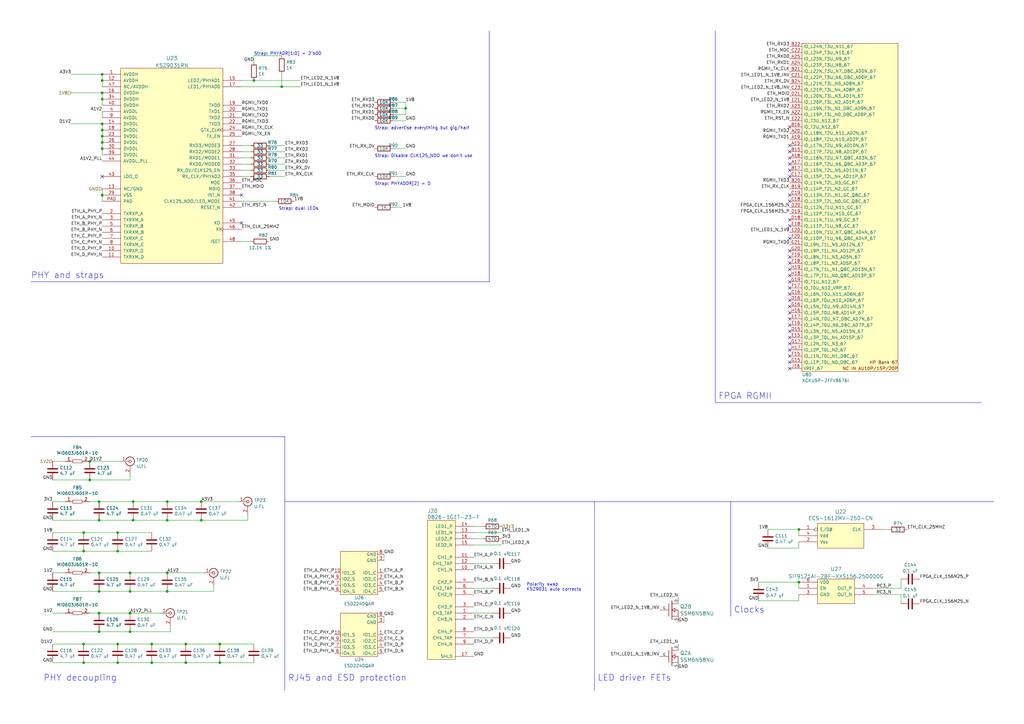
<source format=kicad_sch>
(kicad_sch (version 20231120) (generator "eeschema") (generator_version "8.0")
  (paper "A3")
  (title_block (title "LATENTRED Ethernet Switch - Main Board") (date "2025-06-11") (rev "0.1") (company "Antikernel Labs") (comment 1 "Andrew D. Zonenberg"))
  (lib_symbols
    (symbol "conn:CONN_COAXIAL" (pin_names (offset 1.016) hide)
      (property "Reference" "J" (at 0.254 3.048 0))
      (property "Value" "CONN_COAXIAL" (at 2.921 0 90))
      (symbol "CONN_COAXIAL_1_1"
        (pin passive line (at -3.81 0 0) (length 2.54) (name "In") (number "1"))
        (pin passive line (at 0 -5.08 90) (length 2.54) (name "Ext") (number "2"))
      )
    )
    (symbol "device:C" (pin_numbers hide) (pin_names (offset 0.254))
      (property "Reference" "C" (at 0.635 2.54 0))
      (property "Value" "C" (at 0.635 -2.54 0))
      (symbol "C_1_1"
        (pin passive line (at 0 3.81 270) (length 2.794) (name "~") (number "1"))
        (pin passive line (at 0 -3.81 90) (length 2.794) (name "~") (number "2"))
      )
    )
    (symbol "device:R" (pin_numbers hide) (pin_names (offset 0))
      (property "Reference" "R" (at 2.032 0 90))
      (property "Value" "R" (at 0 0 90))
      (symbol "R_1_1"
        (pin passive line (at 0 3.81 270) (length 1.27) (name "~") (number "1"))
        (pin passive line (at 0 -3.81 90) (length 1.27) (name "~") (number "2"))
      )
    )
    (symbol "osc-azonenberg:OSC" (pin_names (offset 1.016))
      (property "Reference" "U" (at 0 0 0))
      (property "Value" "OSC" (at 0 -2.54 0))
      (symbol "OSC_1_1"
        (pin input inverted (at -17.78 0 0) (length 7.62) (name "E/D#") (number "1"))
        (pin input line (at -17.78 -5.08 0) (length 7.62) (name "Vss") (number "2"))
        (pin output line (at 16.51 0 180) (length 7.62) (name "CLK") (number "3"))
        (pin power_in line (at -17.78 -2.54 0) (length 7.62) (name "Vdd") (number "4"))
      )
    )
    (symbol "osc-azonenberg:OSC_LVDS_NOPAD" (pin_names (offset 1.016))
      (property "Reference" "U" (at 0 -1.27 0))
      (property "Value" "OSC_LVDS_NOPAD" (at 0 -3.81 0))
      (symbol "OSC_LVDS_NOPAD_1_1"
        (pin input line (at -7.62 6.35 0) (length 7.62) (name "EN") (number "1"))
        (pin power_in line (at -7.62 3.81 0) (length 7.62) (name "GND") (number "3"))
        (pin output line (at 22.86 6.35 180) (length 7.62) (name "OUT_P") (number "4"))
        (pin output line (at 22.86 3.81 180) (length 7.62) (name "OUT_N") (number "5"))
        (pin power_in line (at -7.62 8.89 0) (length 7.62) (name "VDD") (number "6"))
      )
    )
    (symbol "passive-azonenberg:FERRITE_SMALL2" (pin_names (offset 1.016))
      (property "Reference" "FB" (at 0 2.54 0))
      (property "Value" "FERRITE_SMALL2" (at 0 -2.54 0))
      (symbol "FERRITE_SMALL2_1_1"
        (pin input line (at -5.08 0 0) (length 3.175) (name "~") (number "1"))
        (pin power_out line (at 5.08 0 180) (length 3.175) (name "~") (number "2"))
      )
    )
    (symbol "special-azonenberg:BEL_FUSE_0826-1G1T-23-F" (pin_names (offset 1.016))
      (property "Reference" "J" (at -8.89 -5.08 0))
      (property "Value" "BEL_FUSE_0826-1G1T-23-F" (at 10.16 -5.08 0))
      (symbol "BEL_FUSE_0826-1G1T-23-F_1_1"
        (pin bidirectional line (at -7.62 15.24 0) (length 7.62) (name "CH3_TAP") (number "1"))
        (pin bidirectional line (at -7.62 33.02 0) (length 7.62) (name "CH1_N") (number "10"))
        (pin bidirectional line (at -7.62 38.1 0) (length 7.62) (name "CH1_P") (number "11"))
        (pin bidirectional line (at -7.62 35.56 0) (length 7.62) (name "CH1_TAP") (number "12"))
        (pin passive line (at -7.62 48.26 0) (length 7.62) (name "LED1_N") (number "13"))
        (pin passive line (at -7.62 50.8 0) (length 7.62) (name "LED1_P") (number "14"))
        (pin passive line (at -7.62 43.18 0) (length 7.62) (name "LED2_N") (number "15"))
        (pin passive line (at -7.62 45.72 0) (length 7.62) (name "LED2_P") (number "16"))
        (pin passive line (at -7.62 -2.54 0) (length 7.62) (name "SHLD") (number "17"))
        (pin bidirectional line (at -7.62 12.7 0) (length 7.62) (name "CH3_N") (number "2"))
        (pin bidirectional line (at -7.62 17.78 0) (length 7.62) (name "CH3_P") (number "3"))
        (pin bidirectional line (at -7.62 27.94 0) (length 7.62) (name "CH2_P") (number "4"))
        (pin bidirectional line (at -7.62 22.86 0) (length 7.62) (name "CH2_N") (number "5"))
        (pin bidirectional line (at -7.62 25.4 0) (length 7.62) (name "CH2_TAP") (number "6"))
        (pin bidirectional line (at -7.62 5.08 0) (length 7.62) (name "CH4_TAP") (number "7"))
        (pin bidirectional line (at -7.62 7.62 0) (length 7.62) (name "CH4_P") (number "8"))
        (pin bidirectional line (at -7.62 2.54 0) (length 7.62) (name "CH4_N") (number "9"))
      )
    )
    (symbol "special-azonenberg:ESD224"
      (property "Reference" "U" (at -0.254 -3.556 0))
      (property "Value" "ESD224DQAR" (at -0.254 -1.27 0))
      (symbol "ESD224_1_1"
        (pin bidirectional line (at -2.54 8.89 0) (length 2.54) (name "IO1_C") (number "1"))
        (pin bidirectional line (at 17.78 8.89 180) (length 2.54) (name "IO1_S") (number "10"))
        (pin bidirectional line (at -2.54 6.35 0) (length 2.54) (name "IO2_C") (number "2"))
        (pin power_in line (at -2.54 13.97 0) (length 2.54) (name "GND") (number "3"))
        (pin bidirectional line (at -2.54 3.81 0) (length 2.54) (name "IO3_C") (number "4"))
        (pin bidirectional line (at -2.54 1.27 0) (length 2.54) (name "IO4_C") (number "5"))
        (pin bidirectional line (at 17.78 1.27 180) (length 2.54) (name "IO4_S") (number "6"))
        (pin bidirectional line (at 17.78 3.81 180) (length 2.54) (name "IO3_S") (number "7"))
        (pin power_in line (at -2.54 16.51 0) (length 2.54) (name "GND") (number "8"))
        (pin bidirectional line (at 17.78 6.35 180) (length 2.54) (name "IO2_S") (number "9"))
      )
    )
    (symbol "special-azonenberg:KSZ9031RN" (pin_names (offset 1.016))
      (property "Reference" "U" (at 19.05 -2.54 0))
      (property "Value" "KSZ9031RN" (at 19.05 -5.08 0))
      (symbol "KSZ9031RN_1_1"
        (pin power_in line (at -7.62 77.47 0) (length 7.62) (name "AVDDH") (number "1"))
        (pin bidirectional line (at -7.62 5.08 0) (length 7.62) (name "TXRXP_D") (number "10"))
        (pin bidirectional line (at -7.62 2.54 0) (length 7.62) (name "TXRXM_D") (number "11"))
        (pin power_in line (at -7.62 74.93 0) (length 7.62) (name "AVDDH") (number "12"))
        (pin passive line (at -7.62 30.48 0) (length 7.62) (name "NC/GND") (number "13"))
        (pin power_in line (at -7.62 57.15 0) (length 7.62) (name "DVDDL") (number "14"))
        (pin bidirectional line (at 49.53 74.93 180) (length 7.62) (name "LED2/PHYAD1") (number "15"))
        (pin power_in line (at -7.62 69.85 0) (length 7.62) (name "DVDDH") (number "16"))
        (pin bidirectional line (at 49.53 72.39 180) (length 7.62) (name "LED1/PHYAD0") (number "17"))
        (pin power_in line (at -7.62 54.61 0) (length 7.62) (name "DVDDL") (number "18"))
        (pin input line (at 49.53 64.77 180) (length 7.62) (name "TXD0") (number "19"))
        (pin bidirectional line (at -7.62 20.32 0) (length 7.62) (name "TXRXP_A") (number "2"))
        (pin input line (at 49.53 62.23 180) (length 7.62) (name "TXD1") (number "20"))
        (pin input line (at 49.53 59.69 180) (length 7.62) (name "TXD2") (number "21"))
        (pin input line (at 49.53 57.15 180) (length 7.62) (name "TXD3") (number "22"))
        (pin power_in line (at -7.62 52.07 0) (length 7.62) (name "DVDDL") (number "23"))
        (pin input clock (at 49.53 54.61 180) (length 7.62) (name "GTX_CLK") (number "24"))
        (pin input line (at 49.53 52.07 180) (length 7.62) (name "TX_EN") (number "25"))
        (pin power_in line (at -7.62 49.53 0) (length 7.62) (name "DVDDL") (number "26"))
        (pin bidirectional line (at 49.53 48.26 180) (length 7.62) (name "RXD3/MODE3") (number "27"))
        (pin bidirectional line (at 49.53 45.72 180) (length 7.62) (name "RXD2/MODE2") (number "28"))
        (pin power_in line (at -7.62 27.94 0) (length 7.62) (name "VSS") (number "29"))
        (pin bidirectional line (at -7.62 17.78 0) (length 7.62) (name "TXRXM_A") (number "3"))
        (pin power_in line (at -7.62 46.99 0) (length 7.62) (name "DVDDL") (number "30"))
        (pin bidirectional line (at 49.53 43.18 180) (length 7.62) (name "RXD1/MODE1") (number "31"))
        (pin bidirectional line (at 49.53 40.64 180) (length 7.62) (name "RXD0/MODE0") (number "32"))
        (pin bidirectional line (at 49.53 38.1 180) (length 7.62) (name "RX_DV/CLK125_EN") (number "33"))
        (pin power_in line (at -7.62 67.31 0) (length 7.62) (name "DVDDH") (number "34"))
        (pin bidirectional line (at 49.53 35.56 180) (length 7.62) (name "RX_CLK/PHYAD2") (number "35"))
        (pin input line (at 49.53 33.02 180) (length 7.62) (name "MDC") (number "36"))
        (pin bidirectional line (at 49.53 30.48 180) (length 7.62) (name "MDIO") (number "37"))
        (pin output line (at 49.53 27.94 180) (length 7.62) (name "INT_N") (number "38"))
        (pin power_in line (at -7.62 44.45 0) (length 7.62) (name "DVDDL") (number "39"))
        (pin power_in line (at -7.62 62.23 0) (length 7.62) (name "AVDDL") (number "4"))
        (pin power_in line (at -7.62 64.77 0) (length 7.62) (name "DVDDH") (number "40"))
        (pin bidirectional line (at 49.53 25.4 180) (length 7.62) (name "CLK125_NDO/LED_MODE") (number "41"))
        (pin input line (at 49.53 22.86 180) (length 7.62) (name "RESET_N") (number "42"))
        (pin power_out line (at -7.62 35.56 0) (length 7.62) (name "LDO_O") (number "43"))
        (pin power_in line (at -7.62 41.91 0) (length 7.62) (name "AVDDL_PLL") (number "44"))
        (pin output line (at 49.53 16.51 180) (length 7.62) (name "XO") (number "45"))
        (pin input clock (at 49.53 13.97 180) (length 7.62) (name "XI") (number "46"))
        (pin passive line (at -7.62 72.39 0) (length 7.62) (name "NC/AVDDH") (number "47"))
        (pin bidirectional line (at 49.53 8.89 180) (length 7.62) (name "ISET") (number "48"))
        (pin bidirectional line (at -7.62 15.24 0) (length 7.62) (name "TXRXP_B") (number "5"))
        (pin bidirectional line (at -7.62 12.7 0) (length 7.62) (name "TXRXM_B") (number "6"))
        (pin bidirectional line (at -7.62 10.16 0) (length 7.62) (name "TXRXP_C") (number "7"))
        (pin bidirectional line (at -7.62 7.62 0) (length 7.62) (name "TXRXM_C") (number "8"))
        (pin power_in line (at -7.62 59.69 0) (length 7.62) (name "AVDDL") (number "9"))
        (pin power_in line (at -7.62 25.4 0) (length 7.62) (name "PAD") (number "PAD"))
      )
    )
    (symbol "special-azonenberg:SSM6N58NU_DUAL_NMOS" (pin_numbers hide) (pin_names (offset 0))
      (property "Reference" "Q" (at 0.254 4.318 0))
      (property "Value" "SSM6N58NU_DUAL_NMOS" (at -1.27 -3.81 0))
      (property "Datasheet" "transistors/mos/*.*" (at 0 0 0))
      (symbol "SSM6N58NU_DUAL_NMOS_1_1"
        (pin passive line (at 2.54 5.08 270) (length 2.54) (name "D") (number "D1"))
        (pin input line (at -5.08 0 0) (length 3.81) (name "G") (number "G1"))
        (pin passive line (at 2.54 -5.08 90) (length 2.54) (name "S") (number "S1"))
      )
      (symbol "SSM6N58NU_DUAL_NMOS_2_1"
        (pin passive line (at 2.54 5.08 270) (length 2.54) (name "D") (number "D2"))
        (pin input line (at -5.08 0 0) (length 3.81) (name "G") (number "G2"))
        (pin passive line (at 2.54 -5.08 90) (length 2.54) (name "S") (number "S2"))
      )
    )
    (symbol "xilinx-azonenberg:XILINX_ULTRASCALEPLUS_B676"
      (property "Reference" "U" (at 0 -2.54 0))
      (property "Value" "XILINX_ULTRASCALEPLUS_B676" (at 0 -5.08 0))
      (symbol "XILINX_ULTRASCALEPLUS_B676_1_0"
        (text "Config / dedicated" (at 34.29 1.27 0) (effects (font (size 1.27 1.27)) (justify right)))
      )
      (symbol "XILINX_ULTRASCALEPLUS_B676_1_1"
        (pin input line (at -5.08 57.15 0) (length 5.08) (name "M0_0") (number "AA10"))
        (pin power_out line (at 39.37 59.69 180) (length 5.08) (name "RDWR_FCS_B_0") (number "AA12"))
        (pin input line (at -5.08 54.61 0) (length 5.08) (name "M1_0") (number "AA9"))
        (pin input line (at -5.08 24.13 0) (length 5.08) (name "TMS_0") (number "AB10"))
        (pin output line (at -5.08 41.91 0) (length 5.08) (name "DONE_0") (number "AB11"))
        (pin input line (at -5.08 29.21 0) (length 5.08) (name "TDI_0") (number "AB12"))
        (pin input line (at -5.08 44.45 0) (length 5.08) (name "PROGRAM_B_0") (number "AB9"))
        (pin bidirectional line (at 39.37 49.53 180) (length 5.08) (name "D02_0") (number "AC11"))
        (pin bidirectional line (at 39.37 52.07 180) (length 5.08) (name "D01_DIN_0") (number "AC12"))
        (pin bidirectional line (at 39.37 54.61 180) (length 5.08) (name "D00_MOSI_0") (number "AD11"))
        (pin bidirectional line (at 39.37 46.99 180) (length 5.08) (name "D03_0") (number "AE11"))
        (pin input line (at -5.08 31.75 0) (length 5.08) (name "TCK_0") (number "AE12"))
        (pin input line (at -5.08 52.07 0) (length 5.08) (name "M2_0") (number "AF12"))
        (pin input line (at -5.08 8.89 0) (length 5.08) (name "VREFN") (number "P13"))
        (pin input line (at -5.08 19.05 0) (length 5.08) (name "VP") (number "P14"))
        (pin input line (at -5.08 16.51 0) (length 5.08) (name "VN") (number "R13"))
        (pin input line (at -5.08 11.43 0) (length 5.08) (name "VREFP") (number "R14"))
        (pin passive line (at -5.08 1.27 0) (length 5.08) (name "DXN") (number "T13"))
        (pin passive line (at -5.08 3.81 0) (length 5.08) (name "DXP") (number "T14"))
        (pin bidirectional line (at -5.08 39.37 0) (length 5.08) (name "INIT_B_0") (number "W10"))
        (pin input line (at -5.08 59.69 0) (length 5.08) (name "RSVDGND") (number "W11"))
        (pin input line (at -5.08 36.83 0) (length 5.08) (name "PUDC_B_0") (number "W9"))
        (pin output line (at -5.08 26.67 0) (length 5.08) (name "TDO_0") (number "Y10"))
        (pin output line (at 39.37 57.15 180) (length 5.08) (name "CCLK_0") (number "Y11"))
        (pin input line (at -5.08 49.53 0) (length 5.08) (name "POR_OVERRIDE") (number "Y12"))
      )
      (symbol "XILINX_ULTRASCALEPLUS_B676_2_0"
        (text "Ground 1/2" (at 33.02 1.27 0) (effects (font (size 1.27 1.27)) (justify right)))
      )
      (symbol "XILINX_ULTRASCALEPLUS_B676_2_1"
        (pin power_in line (at -5.08 128.27 0) (length 5.08) (name "GND") (number "A1"))
        (pin power_in line (at -5.08 125.73 0) (length 5.08) (name "GND") (number "A11"))
        (pin power_in line (at -5.08 123.19 0) (length 5.08) (name "GND") (number "A16"))
        (pin power_in line (at -5.08 120.65 0) (length 5.08) (name "GND") (number "A2"))
        (pin power_in line (at -5.08 118.11 0) (length 5.08) (name "GND") (number "A21"))
        (pin power_in line (at -5.08 115.57 0) (length 5.08) (name "GND") (number "A26"))
        (pin power_in line (at -5.08 113.03 0) (length 5.08) (name "GND") (number "A5"))
        (pin power_in line (at -5.08 110.49 0) (length 5.08) (name "GND") (number "A6"))
        (pin power_in line (at -5.08 107.95 0) (length 5.08) (name "GND") (number "A8"))
        (pin power_in line (at -5.08 105.41 0) (length 5.08) (name "GND") (number "AA1"))
        (pin power_in line (at -5.08 102.87 0) (length 5.08) (name "GND") (number "AA16"))
        (pin power_in line (at -5.08 100.33 0) (length 5.08) (name "GND") (number "AA2"))
        (pin power_in line (at -5.08 97.79 0) (length 5.08) (name "GND") (number "AA26"))
        (pin power_in line (at -5.08 95.25 0) (length 5.08) (name "GND") (number "AA3"))
        (pin power_in line (at -5.08 92.71 0) (length 5.08) (name "GND") (number "AA6"))
        (pin power_in line (at -5.08 90.17 0) (length 5.08) (name "GND") (number "AA8"))
        (pin power_in line (at -5.08 87.63 0) (length 5.08) (name "GND") (number "AB13"))
        (pin power_in line (at -5.08 85.09 0) (length 5.08) (name "GND") (number "AB23"))
        (pin power_in line (at -5.08 82.55 0) (length 5.08) (name "GND") (number "AB3"))
        (pin power_in line (at -5.08 80.01 0) (length 5.08) (name "GND") (number "AB4"))
        (pin power_in line (at -5.08 77.47 0) (length 5.08) (name "GND") (number "AB8"))
        (pin power_in line (at -5.08 74.93 0) (length 5.08) (name "GND") (number "AC1"))
        (pin power_in line (at -5.08 72.39 0) (length 5.08) (name "GND") (number "AC10"))
        (pin power_in line (at -5.08 69.85 0) (length 5.08) (name "GND") (number "AC2"))
        (pin power_in line (at -5.08 67.31 0) (length 5.08) (name "GND") (number "AC20"))
        (pin power_in line (at -5.08 64.77 0) (length 5.08) (name "GND") (number "AC25"))
        (pin power_in line (at -5.08 62.23 0) (length 5.08) (name "GND") (number "AC3"))
        (pin power_in line (at -5.08 59.69 0) (length 5.08) (name "GND") (number "AC6"))
        (pin power_in line (at -5.08 57.15 0) (length 5.08) (name "GND") (number "AC8"))
        (pin power_in line (at -5.08 54.61 0) (length 5.08) (name "GND") (number "AC9"))
        (pin power_in line (at -5.08 52.07 0) (length 5.08) (name "GND") (number "AD10"))
        (pin power_in line (at -5.08 49.53 0) (length 5.08) (name "GND") (number "AD17"))
        (pin power_in line (at -5.08 46.99 0) (length 5.08) (name "GND") (number "AD3"))
        (pin power_in line (at -5.08 44.45 0) (length 5.08) (name "GND") (number "AD4"))
        (pin power_in line (at -5.08 41.91 0) (length 5.08) (name "GND") (number "AD5"))
        (pin power_in line (at -5.08 39.37 0) (length 5.08) (name "GND") (number "AE1"))
        (pin power_in line (at -5.08 36.83 0) (length 5.08) (name "GND") (number "AE10"))
        (pin power_in line (at -5.08 34.29 0) (length 5.08) (name "GND") (number "AE14"))
        (pin power_in line (at -5.08 31.75 0) (length 5.08) (name "GND") (number "AE19"))
        (pin power_in line (at -5.08 29.21 0) (length 5.08) (name "GND") (number "AE2"))
        (pin power_in line (at -5.08 26.67 0) (length 5.08) (name "GND") (number "AE24"))
        (pin power_in line (at -5.08 24.13 0) (length 5.08) (name "GND") (number "AE5"))
        (pin power_in line (at -5.08 21.59 0) (length 5.08) (name "GND") (number "AE6"))
        (pin power_in line (at -5.08 19.05 0) (length 5.08) (name "GND") (number "AF10"))
        (pin power_in line (at -5.08 16.51 0) (length 5.08) (name "GND") (number "AF11"))
        (pin power_in line (at -5.08 13.97 0) (length 5.08) (name "GND") (number "AF16"))
        (pin power_in line (at -5.08 11.43 0) (length 5.08) (name "GND") (number "AF21"))
        (pin power_in line (at -5.08 8.89 0) (length 5.08) (name "GND") (number "AF26"))
        (pin power_in line (at -5.08 6.35 0) (length 5.08) (name "GND") (number "AF3"))
        (pin power_in line (at -5.08 3.81 0) (length 5.08) (name "GND") (number "AF4"))
        (pin power_in line (at -5.08 1.27 0) (length 5.08) (name "GND") (number "AF5"))
        (pin power_in line (at 38.1 133.35 180) (length 5.08) (name "GND") (number "AF8"))
        (pin power_in line (at 38.1 130.81 180) (length 5.08) (name "GND") (number "AF9"))
        (pin power_in line (at 38.1 128.27 180) (length 5.08) (name "GND") (number "B13"))
        (pin power_in line (at 38.1 125.73 180) (length 5.08) (name "GND") (number "B18"))
        (pin power_in line (at 38.1 123.19 180) (length 5.08) (name "GND") (number "B23"))
        (pin power_in line (at 38.1 120.65 180) (length 5.08) (name "GND") (number "B3"))
        (pin power_in line (at 38.1 118.11 180) (length 5.08) (name "GND") (number "B4"))
        (pin power_in line (at 38.1 115.57 180) (length 5.08) (name "GND") (number "B5"))
        (pin power_in line (at 38.1 113.03 180) (length 5.08) (name "GND") (number "B8"))
        (pin power_in line (at 38.1 110.49 180) (length 5.08) (name "GND") (number "C1"))
        (pin power_in line (at 38.1 107.95 180) (length 5.08) (name "GND") (number "C10"))
        (pin power_in line (at 38.1 105.41 180) (length 5.08) (name "GND") (number "C15"))
        (pin power_in line (at 38.1 102.87 180) (length 5.08) (name "GND") (number "C2"))
        (pin power_in line (at 38.1 100.33 180) (length 5.08) (name "GND") (number "C25"))
        (pin power_in line (at 38.1 97.79 180) (length 5.08) (name "GND") (number "C5"))
        (pin power_in line (at 38.1 95.25 180) (length 5.08) (name "GND") (number "C6"))
        (pin power_in line (at 38.1 92.71 180) (length 5.08) (name "GND") (number "C8"))
        (pin power_in line (at 38.1 90.17 180) (length 5.08) (name "GND") (number "D12"))
        (pin power_in line (at 38.1 87.63 180) (length 5.08) (name "GND") (number "D22"))
        (pin power_in line (at 38.1 85.09 180) (length 5.08) (name "GND") (number "D3"))
        (pin power_in line (at 38.1 82.55 180) (length 5.08) (name "GND") (number "D4"))
        (pin power_in line (at 38.1 80.01 180) (length 5.08) (name "GND") (number "D5"))
        (pin power_in line (at 38.1 77.47 180) (length 5.08) (name "GND") (number "D8"))
        (pin power_in line (at 38.1 74.93 180) (length 5.08) (name "GND") (number "E1"))
        (pin power_in line (at 38.1 72.39 180) (length 5.08) (name "GND") (number "E19"))
        (pin power_in line (at 38.1 69.85 180) (length 5.08) (name "GND") (number "E2"))
        (pin power_in line (at 38.1 67.31 180) (length 5.08) (name "GND") (number "E3"))
        (pin power_in line (at 38.1 64.77 180) (length 5.08) (name "GND") (number "E6"))
        (pin power_in line (at 38.1 62.23 180) (length 5.08) (name "GND") (number "E8"))
        (pin power_in line (at 38.1 59.69 180) (length 5.08) (name "GND") (number "F11"))
        (pin power_in line (at 38.1 57.15 180) (length 5.08) (name "GND") (number "F16"))
        (pin power_in line (at 38.1 54.61 180) (length 5.08) (name "GND") (number "F21"))
        (pin power_in line (at 38.1 52.07 180) (length 5.08) (name "GND") (number "F26"))
        (pin power_in line (at 38.1 49.53 180) (length 5.08) (name "GND") (number "F3"))
        (pin power_in line (at 38.1 46.99 180) (length 5.08) (name "GND") (number "F4"))
        (pin power_in line (at 38.1 44.45 180) (length 5.08) (name "GND") (number "F8"))
        (pin power_in line (at 38.1 41.91 180) (length 5.08) (name "GND") (number "G1"))
        (pin power_in line (at 38.1 39.37 180) (length 5.08) (name "GND") (number "G13"))
        (pin power_in line (at 38.1 36.83 180) (length 5.08) (name "GND") (number "G2"))
        (pin power_in line (at 38.1 34.29 180) (length 5.08) (name "GND") (number "G23"))
        (pin power_in line (at 38.1 31.75 180) (length 5.08) (name "GND") (number "G3"))
        (pin power_in line (at 38.1 29.21 180) (length 5.08) (name "GND") (number "G6"))
        (pin power_in line (at 38.1 26.67 180) (length 5.08) (name "GND") (number "G8"))
        (pin power_in line (at 38.1 24.13 180) (length 5.08) (name "GND") (number "H20"))
        (pin power_in line (at 38.1 21.59 180) (length 5.08) (name "GND") (number "H3"))
        (pin power_in line (at 38.1 19.05 180) (length 5.08) (name "GND") (number "H4"))
        (pin power_in line (at 38.1 16.51 180) (length 5.08) (name "GND") (number "H8"))
        (pin power_in line (at 38.1 13.97 180) (length 5.08) (name "GND") (number "J1"))
        (pin power_in line (at 38.1 11.43 180) (length 5.08) (name "GND") (number "J17"))
        (pin power_in line (at 38.1 8.89 180) (length 5.08) (name "GND") (number "J2"))
        (pin power_in line (at 38.1 6.35 180) (length 5.08) (name "GND") (number "J3"))
        (pin power_in line (at 38.1 3.81 180) (length 5.08) (name "GND") (number "J6"))
        (pin power_in line (at -5.08 133.35 0) (length 5.08) (name "GNDADC") (number "N13"))
      )
      (symbol "XILINX_ULTRASCALEPLUS_B676_3_0"
        (text "Power" (at 35.56 1.27 0) (effects (font (size 1.27 1.27)) (justify right)))
      )
      (symbol "XILINX_ULTRASCALEPLUS_B676_3_1"
        (pin power_in line (at 40.64 129.54 180) (length 5.08) (name "MGTAVTT_R") (number "A7"))
        (pin power_in line (at -5.08 127 0) (length 5.08) (name "VCCO_0") (number "AA11"))
        (pin power_in line (at -5.08 119.38 0) (length 5.08) (name "VCCO_64") (number "AA21"))
        (pin power_in line (at -5.08 13.97 0) (length 5.08) (name "MGTAVCC_R") (number "AA7"))
        (pin power_in line (at -5.08 116.84 0) (length 5.08) (name "VCCO_64") (number "AB18"))
        (pin power_in line (at 40.64 127 180) (length 5.08) (name "MGTAVTT_R") (number "AB5"))
        (pin power_in line (at -5.08 78.74 0) (length 5.08) (name "VCCO_84") (number "AC15"))
        (pin power_in line (at -5.08 11.43 0) (length 5.08) (name "MGTAVCC_R") (number "AC7"))
        (pin power_in line (at -5.08 124.46 0) (length 5.08) (name "VCCO_0") (number "AD12"))
        (pin power_in line (at -5.08 114.3 0) (length 5.08) (name "VCCO_64") (number "AD22"))
        (pin power_in line (at 40.64 124.46 180) (length 5.08) (name "MGTAVTT_R") (number "AE7"))
        (pin power_in line (at -5.08 88.9 0) (length 5.08) (name "VCCO_67") (number "C20"))
        (pin power_in line (at 40.64 121.92 180) (length 5.08) (name "MGTAVTT_R") (number "C7"))
        (pin power_in line (at -5.08 86.36 0) (length 5.08) (name "VCCO_67") (number "D17"))
        (pin power_in line (at -5.08 63.5 0) (length 5.08) (name "VCCO_87") (number "E14"))
        (pin power_in line (at -5.08 99.06 0) (length 5.08) (name "VCCO_66") (number "E24"))
        (pin power_in line (at 40.64 119.38 180) (length 5.08) (name "MGTAVTT_R") (number "E7"))
        (pin power_in line (at -5.08 71.12 0) (length 5.08) (name "VCCO_86") (number "E9"))
        (pin power_in line (at 40.64 116.84 180) (length 5.08) (name "MGTAVTT_R") (number "F5"))
        (pin power_in line (at -5.08 83.82 0) (length 5.08) (name "VCCO_67") (number "G18"))
        (pin power_in line (at 40.64 114.3 180) (length 5.08) (name "MGTAVTT_R") (number "G7"))
        (pin power_in line (at -5.08 68.58 0) (length 5.08) (name "VCCO_86") (number "H10"))
        (pin power_in line (at -5.08 60.96 0) (length 5.08) (name "VCCO_87") (number "H15"))
        (pin power_in line (at -5.08 96.52 0) (length 5.08) (name "VCCO_66") (number "H25"))
        (pin power_in line (at 40.64 111.76 180) (length 5.08) (name "MGTAVTT_R") (number "H5"))
        (pin power_in line (at -5.08 93.98 0) (length 5.08) (name "VCCO_66") (number "J22"))
        (pin power_in line (at -5.08 8.89 0) (length 5.08) (name "MGTAVCC_R") (number "J7"))
        (pin power_in line (at 40.64 91.44 180) (length 5.08) (name "VCCINT") (number "K11"))
        (pin power_in line (at 40.64 88.9 180) (length 5.08) (name "VCCINT") (number "K13"))
        (pin power_in line (at 40.64 86.36 180) (length 5.08) (name "VCCINT") (number "K15"))
        (pin power_in line (at 40.64 83.82 180) (length 5.08) (name "VCCINT") (number "K17"))
        (pin power_in line (at 40.64 109.22 180) (length 5.08) (name "MGTAVTT_R") (number "K5"))
        (pin power_in line (at 40.64 81.28 180) (length 5.08) (name "VCCINT") (number "L10"))
        (pin power_in line (at 40.64 78.74 180) (length 5.08) (name "VCCINT") (number "L12"))
        (pin power_in line (at 40.64 76.2 180) (length 5.08) (name "VCCINT") (number "L14"))
        (pin power_in line (at 40.64 73.66 180) (length 5.08) (name "VCCINT") (number "L16"))
        (pin power_in line (at -5.08 6.35 0) (length 5.08) (name "MGTAVCC_R") (number "L7"))
        (pin power_in line (at -5.08 39.37 0) (length 5.08) (name "VCCINT_IO") (number "L9"))
        (pin power_in line (at 40.64 71.12 180) (length 5.08) (name "VCCINT") (number "M11"))
        (pin power_in line (at 40.64 68.58 180) (length 5.08) (name "VCCINT") (number "M13"))
        (pin power_in line (at 40.64 66.04 180) (length 5.08) (name "VCCINT") (number "M15"))
        (pin power_in line (at 40.64 63.5 180) (length 5.08) (name "VCCINT") (number "M17"))
        (pin power_in line (at -5.08 55.88 0) (length 5.08) (name "VCCAUX") (number "M18"))
        (pin power_in line (at 40.64 106.68 180) (length 5.08) (name "MGTAVTT_R") (number "M5"))
        (pin power_in line (at -5.08 36.83 0) (length 5.08) (name "VCCINT_IO") (number "M9"))
        (pin power_in line (at 40.64 60.96 180) (length 5.08) (name "VCCINT") (number "N10"))
        (pin power_in line (at 40.64 58.42 180) (length 5.08) (name "VCCINT") (number "N12"))
        (pin power_in line (at -5.08 132.08 0) (length 5.08) (name "VCCADC") (number "N14"))
        (pin power_in line (at 40.64 55.88 180) (length 5.08) (name "VCCINT") (number "N16"))
        (pin power_in line (at -5.08 53.34 0) (length 5.08) (name "VCCAUX") (number "N18"))
        (pin power_in line (at -5.08 3.81 0) (length 5.08) (name "MGTAVCC_R") (number "N7"))
        (pin power_in line (at -5.08 34.29 0) (length 5.08) (name "VCCINT_IO") (number "N9"))
        (pin power_in line (at 40.64 53.34 180) (length 5.08) (name "VCCINT") (number "P11"))
        (pin power_in line (at 40.64 50.8 180) (length 5.08) (name "VCCINT") (number "P15"))
        (pin power_in line (at 40.64 48.26 180) (length 5.08) (name "VCCINT") (number "P17"))
        (pin power_in line (at -5.08 48.26 0) (length 5.08) (name "VCCAUX_IO") (number "P18"))
        (pin power_in line (at -5.08 109.22 0) (length 5.08) (name "VCCO_65") (number "P22"))
        (pin power_in line (at 40.64 104.14 180) (length 5.08) (name "MGTAVTT_R") (number "P5"))
        (pin power_in line (at -5.08 31.75 0) (length 5.08) (name "VCCINT_IO") (number "P9"))
        (pin power_in line (at 40.64 45.72 180) (length 5.08) (name "VCCINT") (number "R10"))
        (pin power_in line (at 40.64 43.18 180) (length 5.08) (name "VCCINT") (number "R12"))
        (pin power_in line (at 40.64 40.64 180) (length 5.08) (name "VCCINT") (number "R16"))
        (pin power_in line (at -5.08 45.72 0) (length 5.08) (name "VCCAUX_IO") (number "R18"))
        (pin power_in line (at 40.64 134.62 180) (length 5.08) (name "MGTVCCAUX_R") (number "R7"))
        (pin power_in line (at -5.08 26.67 0) (length 5.08) (name "VCCBRAM") (number "R9"))
        (pin power_in line (at 40.64 38.1 180) (length 5.08) (name "VCCINT") (number "T11"))
        (pin power_in line (at 40.64 35.56 180) (length 5.08) (name "VCCINT") (number "T15"))
        (pin power_in line (at 40.64 33.02 180) (length 5.08) (name "VCCINT") (number "T17"))
        (pin power_in line (at -5.08 43.18 0) (length 5.08) (name "VCCAUX_IO") (number "T18"))
        (pin power_in line (at 40.64 101.6 180) (length 5.08) (name "MGTAVTT_R") (number "T5"))
        (pin power_in line (at -5.08 24.13 0) (length 5.08) (name "VCCBRAM") (number "T9"))
        (pin power_in line (at 40.64 30.48 180) (length 5.08) (name "VCCINT") (number "U10"))
        (pin power_in line (at 40.64 27.94 180) (length 5.08) (name "VCCINT") (number "U12"))
        (pin power_in line (at 40.64 25.4 180) (length 5.08) (name "VCCINT") (number "U14"))
        (pin power_in line (at 40.64 22.86 180) (length 5.08) (name "VCCINT") (number "U16"))
        (pin power_in line (at -5.08 106.68 0) (length 5.08) (name "VCCO_65") (number "U23"))
        (pin power_in line (at 40.64 137.16 180) (length 5.08) (name "MGTVCCAUX_R") (number "U7"))
        (pin power_in line (at -5.08 21.59 0) (length 5.08) (name "VCCBRAM") (number "U9"))
        (pin power_in line (at 40.64 20.32 180) (length 5.08) (name "VCCINT") (number "V11"))
        (pin power_in line (at 40.64 17.78 180) (length 5.08) (name "VCCINT") (number "V13"))
        (pin power_in line (at 40.64 15.24 180) (length 5.08) (name "VCCINT") (number "V15"))
        (pin power_in line (at 40.64 12.7 180) (length 5.08) (name "VCCINT") (number "V17"))
        (pin power_in line (at 40.64 99.06 180) (length 5.08) (name "MGTAVTT_R") (number "V5"))
        (pin power_in line (at -5.08 19.05 0) (length 5.08) (name "VCCBRAM") (number "V9"))
        (pin power_in line (at -5.08 1.27 0) (length 5.08) (name "MGTAVCC_R") (number "W7"))
        (pin power_in line (at -5.08 76.2 0) (length 5.08) (name "VCCO_84") (number "Y14"))
        (pin power_in line (at -5.08 104.14 0) (length 5.08) (name "VCCO_65") (number "Y24"))
        (pin power_in line (at 40.64 96.52 180) (length 5.08) (name "MGTAVTT_R") (number "Y5"))
        (pin power_in line (at -5.08 137.16 0) (length 5.08) (name "VBATT") (number "Y9"))
      )
      (symbol "XILINX_ULTRASCALEPLUS_B676_4_0"
        (text "HP Bank 67" (at 39.37 3.81 0) (effects (font (size 1.27 1.27)) (justify right)))
        (text "NC IN AU10P/15P/20P" (at 39.37 1.27 0) (effects (font (size 1.27 1.27)) (justify right)))
      )
      (symbol "XILINX_ULTRASCALEPLUS_B676_4_1"
        (pin bidirectional line (at -5.08 92.71 0) (length 5.08) (name "IO_L17N_T2U_N9_AD10N_67") (number "A15"))
        (pin bidirectional line (at -5.08 85.09 0) (length 5.08) (name "IO_L16P_T2U_N6_QBC_AD3P_67") (number "A17"))
        (pin bidirectional line (at -5.08 87.63 0) (length 5.08) (name "IO_L16N_T2U_N7_QBC_AD3N_67") (number "A18"))
        (pin bidirectional line (at -5.08 95.25 0) (length 5.08) (name "IO_L18P_T2U_N10_AD2P_67") (number "A19"))
        (pin bidirectional line (at -5.08 97.79 0) (length 5.08) (name "IO_L18N_T2U_N11_AD2N_67") (number "A20"))
        (pin bidirectional line (at -5.08 105.41 0) (length 5.08) (name "IO_L19P_T3L_N0_DBC_AD9P_67") (number "A22"))
        (pin bidirectional line (at -5.08 107.95 0) (length 5.08) (name "IO_L19N_T3L_N1_DBC_AD9N_67") (number "A23"))
        (pin bidirectional line (at -5.08 125.73 0) (length 5.08) (name "IO_L23P_T3U_N8_67") (number "A24"))
        (pin bidirectional line (at -5.08 128.27 0) (length 5.08) (name "IO_L23N_T3U_N9_67") (number "A25"))
        (pin bidirectional line (at -5.08 90.17 0) (length 5.08) (name "IO_L17P_T2U_N8_AD10P_67") (number "B15"))
        (pin bidirectional line (at -5.08 100.33 0) (length 5.08) (name "IO_T2U_N12_67") (number "B16"))
        (pin bidirectional line (at -5.08 82.55 0) (length 5.08) (name "IO_L15N_T2L_N5_AD11N_67") (number "B17"))
        (pin bidirectional line (at -5.08 74.93 0) (length 5.08) (name "IO_L14P_T2L_N2_GC_67") (number "B19"))
        (pin bidirectional line (at -5.08 77.47 0) (length 5.08) (name "IO_L14N_T2L_N3_GC_67") (number "B20"))
        (pin bidirectional line (at -5.08 123.19 0) (length 5.08) (name "IO_L22N_T3U_N7_DBC_AD0N_67") (number "B21"))
        (pin bidirectional line (at -5.08 133.35 0) (length 5.08) (name "IO_L24N_T3U_N11_67") (number "B22"))
        (pin bidirectional line (at -5.08 118.11 0) (length 5.08) (name "IO_L21N_T3L_N5_AD8N_67") (number "B24"))
        (pin bidirectional line (at -5.08 31.75 0) (length 5.08) (name "IO_L6N_T0U_N11_AD6N_67") (number "C16"))
        (pin bidirectional line (at -5.08 80.01 0) (length 5.08) (name "IO_L15P_T2L_N4_AD11P_67") (number "C17"))
        (pin bidirectional line (at -5.08 69.85 0) (length 5.08) (name "IO_L13P_T2L_N0_GC_QBC_67") (number "C18"))
        (pin bidirectional line (at -5.08 72.39 0) (length 5.08) (name "IO_L13N_T2L_N1_GC_QBC_67") (number "C19"))
        (pin bidirectional line (at -5.08 120.65 0) (length 5.08) (name "IO_L22P_T3U_N6_DBC_AD0P_67") (number "C21"))
        (pin bidirectional line (at -5.08 130.81 0) (length 5.08) (name "IO_L24P_T3U_N10_67") (number "C22"))
        (pin bidirectional line (at -5.08 115.57 0) (length 5.08) (name "IO_L21P_T3L_N4_AD8P_67") (number "C23"))
        (pin bidirectional line (at -5.08 16.51 0) (length 5.08) (name "IO_L3N_T0L_N5_AD15N_67") (number "D15"))
        (pin bidirectional line (at -5.08 29.21 0) (length 5.08) (name "IO_L6P_T0U_N10_AD6P_67") (number "D16"))
        (pin bidirectional line (at -5.08 62.23 0) (length 5.08) (name "IO_L11N_T1U_N9_GC_67") (number "D18"))
        (pin bidirectional line (at -5.08 64.77 0) (length 5.08) (name "IO_L12P_T1U_N10_GC_67") (number "D19"))
        (pin bidirectional line (at -5.08 67.31 0) (length 5.08) (name "IO_L12N_T1U_N11_GC_67") (number "D20"))
        (pin bidirectional line (at -5.08 113.03 0) (length 5.08) (name "IO_L20N_T3L_N3_AD1N_67") (number "D21"))
        (pin bidirectional line (at -5.08 13.97 0) (length 5.08) (name "IO_L3P_T0L_N4_AD15P_67") (number "E15"))
        (pin bidirectional line (at -5.08 19.05 0) (length 5.08) (name "IO_L4P_T0U_N6_DBC_AD7P_67") (number "E16"))
        (pin bidirectional line (at -5.08 21.59 0) (length 5.08) (name "IO_L4N_T0U_N7_DBC_AD7N_67") (number "E17"))
        (pin bidirectional line (at -5.08 59.69 0) (length 5.08) (name "IO_L11P_T1U_N8_GC_67") (number "E18"))
        (pin bidirectional line (at -5.08 57.15 0) (length 5.08) (name "IO_L10N_T1U_N7_QBC_AD4N_67") (number "E20"))
        (pin bidirectional line (at -5.08 110.49 0) (length 5.08) (name "IO_L20P_T3L_N2_AD1P_67") (number "E21"))
        (pin bidirectional line (at -5.08 102.87 0) (length 5.08) (name "IO_T3U_N12_67") (number "E22"))
        (pin bidirectional line (at -5.08 6.35 0) (length 5.08) (name "IO_L1N_T0L_N1_DBC_67") (number "F15"))
        (pin bidirectional line (at -5.08 34.29 0) (length 5.08) (name "IO_T0U_N12_VRP_67") (number "F17"))
        (pin bidirectional line (at -5.08 44.45 0) (length 5.08) (name "IO_L8P_T1L_N2_AD5P_67") (number "F18"))
        (pin bidirectional line (at -5.08 46.99 0) (length 5.08) (name "IO_L8N_T1L_N3_AD5N_67") (number "F19"))
        (pin bidirectional line (at -5.08 54.61 0) (length 5.08) (name "IO_L10P_T1U_N6_QBC_AD4P_67") (number "F20"))
        (pin bidirectional line (at -5.08 3.81 0) (length 5.08) (name "IO_L1P_T0L_N0_DBC_67") (number "G15"))
        (pin bidirectional line (at -5.08 26.67 0) (length 5.08) (name "IO_L5N_T0U_N9_AD14N_67") (number "G16"))
        (pin bidirectional line (at -5.08 11.43 0) (length 5.08) (name "IO_L2N_T0L_N3_67") (number "G17"))
        (pin bidirectional line (at -5.08 36.83 0) (length 5.08) (name "IO_T1U_N12_67") (number "G19"))
        (pin bidirectional line (at -5.08 49.53 0) (length 5.08) (name "IO_L9P_T1L_N4_AD12P_67") (number "G20"))
        (pin bidirectional line (at -5.08 52.07 0) (length 5.08) (name "IO_L9N_T1L_N5_AD12N_67") (number "G21"))
        (pin bidirectional line (at -5.08 24.13 0) (length 5.08) (name "IO_L5P_T0U_N8_AD14P_67") (number "H16"))
        (pin bidirectional line (at -5.08 8.89 0) (length 5.08) (name "IO_L2P_T0L_N2_67") (number "H17"))
        (pin bidirectional line (at -5.08 39.37 0) (length 5.08) (name "IO_L7P_T1L_N0_QBC_AD13P_67") (number "H18"))
        (pin bidirectional line (at -5.08 41.91 0) (length 5.08) (name "IO_L7N_T1L_N1_QBC_AD13N_67") (number "H19"))
        (pin input line (at -5.08 1.27 0) (length 5.08) (name "VREF_67") (number "J16"))
      )
      (symbol "XILINX_ULTRASCALEPLUS_B676_5_0"
        (text "Always available" (at 39.37 1.27 0) (effects (font (size 1.27 1.27)) (justify right)))
        (text "HP Bank 66" (at 39.37 3.81 0) (effects (font (size 1.27 1.27)) (justify right)))
      )
      (symbol "XILINX_ULTRASCALEPLUS_B676_5_1"
        (pin bidirectional line (at -5.08 130.81 0) (length 5.08) (name "IO_L24P_T3U_N10_66") (number "B25"))
        (pin bidirectional line (at -5.08 133.35 0) (length 5.08) (name "IO_L24N_T3U_N11_66") (number "B26"))
        (pin bidirectional line (at -5.08 123.19 0) (length 5.08) (name "IO_L22N_T3U_N7_DBC_AD0N_66") (number "C24"))
        (pin bidirectional line (at -5.08 128.27 0) (length 5.08) (name "IO_L23N_T3U_N9_66") (number "C26"))
        (pin bidirectional line (at -5.08 120.65 0) (length 5.08) (name "IO_L22P_T3U_N6_DBC_AD0P_66") (number "D23"))
        (pin bidirectional line (at -5.08 115.57 0) (length 5.08) (name "IO_L21P_T3L_N4_AD8P_66") (number "D24"))
        (pin bidirectional line (at -5.08 118.11 0) (length 5.08) (name "IO_L21N_T3L_N5_AD8N_66") (number "D25"))
        (pin bidirectional line (at -5.08 125.73 0) (length 5.08) (name "IO_L23P_T3U_N8_66") (number "D26"))
        (pin bidirectional line (at -5.08 113.03 0) (length 5.08) (name "IO_L20N_T3L_N3_AD1N_66") (number "E23"))
        (pin bidirectional line (at -5.08 105.41 0) (length 5.08) (name "IO_L19P_T3L_N0_DBC_AD9P_66") (number "E25"))
        (pin bidirectional line (at -5.08 107.95 0) (length 5.08) (name "IO_L19N_T3L_N1_DBC_AD9N_66") (number "E26"))
        (pin bidirectional line (at -5.08 102.87 0) (length 5.08) (name "IO_T3U_N12_66") (number "F22"))
        (pin bidirectional line (at -5.08 110.49 0) (length 5.08) (name "IO_L20P_T3L_N2_AD1P_66") (number "F23"))
        (pin bidirectional line (at -5.08 85.09 0) (length 5.08) (name "IO_L16P_T2U_N6_QBC_AD3P_66") (number "F24"))
        (pin bidirectional line (at -5.08 87.63 0) (length 5.08) (name "IO_L16N_T2U_N7_QBC_AD3N_66") (number "F25"))
        (pin bidirectional line (at -5.08 100.33 0) (length 5.08) (name "IO_T2U_N12_66") (number "G22"))
        (pin bidirectional line (at -5.08 69.85 0) (length 5.08) (name "IO_L13P_T2L_N0_GC_QBC_66") (number "G24"))
        (pin bidirectional line (at -5.08 72.39 0) (length 5.08) (name "IO_L13N_T2L_N1_GC_QBC_66") (number "G25"))
        (pin bidirectional line (at -5.08 92.71 0) (length 5.08) (name "IO_L17N_T2U_N9_AD10N_66") (number "G26"))
        (pin bidirectional line (at -5.08 95.25 0) (length 5.08) (name "IO_L18P_T2U_N10_AD2P_66") (number "H21"))
        (pin bidirectional line (at -5.08 97.79 0) (length 5.08) (name "IO_L18N_T2U_N11_AD2N_66") (number "H22"))
        (pin bidirectional line (at -5.08 74.93 0) (length 5.08) (name "IO_L14P_T2L_N2_GC_66") (number "H23"))
        (pin bidirectional line (at -5.08 77.47 0) (length 5.08) (name "IO_L14N_T2L_N3_GC_66") (number "H24"))
        (pin bidirectional line (at -5.08 90.17 0) (length 5.08) (name "IO_L17P_T2U_N8_AD10P_66") (number "H26"))
        (pin bidirectional line (at -5.08 1.27 0) (length 5.08) (name "VREF_66") (number "J18"))
        (pin bidirectional line (at -5.08 13.97 0) (length 5.08) (name "IO_L3P_T0L_N4_AD15P_66") (number "J19"))
        (pin bidirectional line (at -5.08 16.51 0) (length 5.08) (name "IO_L3N_T0L_N5_AD15N_66") (number "J20"))
        (pin bidirectional line (at -5.08 26.67 0) (length 5.08) (name "IO_L5N_T0U_N9_AD14N_66") (number "J21"))
        (pin bidirectional line (at -5.08 64.77 0) (length 5.08) (name "IO_L12P_T1U_N10_GC_66") (number "J23"))
        (pin bidirectional line (at -5.08 67.31 0) (length 5.08) (name "IO_L12N_T1U_N11_GC_66") (number "J24"))
        (pin bidirectional line (at -5.08 80.01 0) (length 5.08) (name "IO_L15P_T2L_N4_AD11P_66") (number "J25"))
        (pin bidirectional line (at -5.08 82.55 0) (length 5.08) (name "IO_L15N_T2L_N5_AD11N_66") (number "J26"))
        (pin bidirectional line (at -5.08 6.35 0) (length 5.08) (name "IO_L1N_T0L_N1_DBC_66") (number "K18"))
        (pin bidirectional line (at -5.08 31.75 0) (length 5.08) (name "IO_L6N_T0U_N11_AD6N_66") (number "K20"))
        (pin bidirectional line (at -5.08 24.13 0) (length 5.08) (name "IO_L5P_T0U_N8_AD14P_66") (number "K21"))
        (pin bidirectional line (at -5.08 59.69 0) (length 5.08) (name "IO_L11P_T1U_N8_GC_66") (number "K22"))
        (pin bidirectional line (at -5.08 62.23 0) (length 5.08) (name "IO_L11N_T1U_N9_GC_66") (number "K23"))
        (pin bidirectional line (at -5.08 49.53 0) (length 5.08) (name "IO_L9P_T1L_N4_AD12P_66") (number "K25"))
        (pin bidirectional line (at -5.08 52.07 0) (length 5.08) (name "IO_L9N_T1L_N5_AD12N_66") (number "K26"))
        (pin bidirectional line (at -5.08 3.81 0) (length 5.08) (name "IO_L1P_T0L_N0_DBC_66") (number "L18"))
        (pin bidirectional line (at -5.08 21.59 0) (length 5.08) (name "IO_L4N_T0U_N7_DBC_AD7N_66") (number "L19"))
        (pin bidirectional line (at -5.08 29.21 0) (length 5.08) (name "IO_L6P_T0U_N10_AD6P_66") (number "L20"))
        (pin bidirectional line (at -5.08 39.37 0) (length 5.08) (name "IO_L7P_T1L_N0_QBC_AD13P_66") (number "L22"))
        (pin bidirectional line (at -5.08 41.91 0) (length 5.08) (name "IO_L7N_T1L_N1_QBC_AD13N_66") (number "L23"))
        (pin bidirectional line (at -5.08 54.61 0) (length 5.08) (name "IO_L10P_T1U_N6_QBC_AD4P_66") (number "L24"))
        (pin bidirectional line (at -5.08 57.15 0) (length 5.08) (name "IO_L10N_T1U_N7_QBC_AD4N_66") (number "L25"))
        (pin bidirectional line (at -5.08 19.05 0) (length 5.08) (name "IO_L4P_T0U_N6_DBC_AD7P_66") (number "M19"))
        (pin bidirectional line (at -5.08 8.89 0) (length 5.08) (name "IO_L2P_T0L_N2_66") (number "M20"))
        (pin bidirectional line (at -5.08 11.43 0) (length 5.08) (name "IO_L2N_T0L_N3_66") (number "M21"))
        (pin bidirectional line (at -5.08 34.29 0) (length 5.08) (name "IO_T0U_N12_VRP_66") (number "M22"))
        (pin bidirectional line (at -5.08 36.83 0) (length 5.08) (name "IO_T1U_N12_66") (number "M24"))
        (pin bidirectional line (at -5.08 44.45 0) (length 5.08) (name "IO_L8P_T1L_N2_AD5P_66") (number "M25"))
        (pin bidirectional line (at -5.08 46.99 0) (length 5.08) (name "IO_L8N_T1L_N3_AD5N_66") (number "M26"))
      )
      (symbol "XILINX_ULTRASCALEPLUS_B676_6_0"
        (text "Always available" (at 39.37 1.27 0) (effects (font (size 1.27 1.27)) (justify right)))
        (text "HP Bank 65" (at 39.37 3.81 0) (effects (font (size 1.27 1.27)) (justify right)))
      )
      (symbol "XILINX_ULTRASCALEPLUS_B676_6_1"
        (pin bidirectional line (at -5.08 36.83 0) (length 5.08) (name "IO_T1U_N12_SMBALERT_65") (number "AA23"))
        (pin bidirectional line (at -5.08 49.53 0) (length 5.08) (name "IO_L9P_T1L_N4_AD12P_A14_D30_65") (number "AA24"))
        (pin bidirectional line (at -5.08 52.07 0) (length 5.08) (name "IO_L9N_T1L_N5_AD12N_A15_D31_65") (number "AA25"))
        (pin bidirectional line (at -5.08 125.73 0) (length 5.08) (name "IO_L23P_T3U_N8_I2C_SCLK_65") (number "N19"))
        (pin bidirectional line (at -5.08 130.81 0) (length 5.08) (name "IO_L24P_T3U_N10_EMCCLK_65") (number "N21"))
        (pin bidirectional line (at -5.08 133.35 0) (length 5.08) (name "IO_L24N_T3U_N11_DOUT_CSO_B_65") (number "N22"))
        (pin bidirectional line (at -5.08 120.65 0) (length 5.08) (name "IO_L22P_T3U_N6_DBC_AD0P_D04_65") (number "N23"))
        (pin bidirectional line (at -5.08 80.01 0) (length 5.08) (name "IO_L15P_T2L_N4_AD11P_A02_D18_65") (number "N24"))
        (pin bidirectional line (at -5.08 100.33 0) (length 5.08) (name "IO_T2U_N12_CSI_ADV_B_65") (number "N26"))
        (pin bidirectional line (at -5.08 128.27 0) (length 5.08) (name "IO_L23N_T3U_N9_PERSTN1_I2C_SDA_65") (number "P19"))
        (pin bidirectional line (at -5.08 110.49 0) (length 5.08) (name "IO_L20P_T3L_N2_AD1P_D08_65") (number "P20"))
        (pin bidirectional line (at -5.08 113.03 0) (length 5.08) (name "IO_L20N_T3L_N3_AD1N_D09_65") (number "P21"))
        (pin bidirectional line (at -5.08 123.19 0) (length 5.08) (name "IO_L22N_T3U_N7_DBC_AD0N_D05_65") (number "P23"))
        (pin bidirectional line (at -5.08 82.55 0) (length 5.08) (name "IO_L15N_T2L_N5_AD11N_A03_D19_65") (number "P24"))
        (pin bidirectional line (at -5.08 90.17 0) (length 5.08) (name "IO_L17P_T2U_N8_AD10P_D14_65") (number "P25"))
        (pin bidirectional line (at -5.08 92.71 0) (length 5.08) (name "IO_L17N_T2U_N9_AD10N_D15_65") (number "P26"))
        (pin bidirectional line (at -5.08 115.57 0) (length 5.08) (name "IO_L21P_T3L_N4_AD8P_D06_65") (number "R20"))
        (pin bidirectional line (at -5.08 118.11 0) (length 5.08) (name "IO_L21N_T3L_N5_AD8N_D07_65") (number "R21"))
        (pin bidirectional line (at -5.08 105.41 0) (length 5.08) (name "IO_L19P_T3L_N0_DBC_AD9P_D10_65") (number "R22"))
        (pin bidirectional line (at -5.08 107.95 0) (length 5.08) (name "IO_L19N_T3L_N1_DBC_AD9N_D11_65") (number "R23"))
        (pin bidirectional line (at -5.08 95.25 0) (length 5.08) (name "IO_L18P_T2U_N10_AD2P_D12_65") (number "R25"))
        (pin bidirectional line (at -5.08 97.79 0) (length 5.08) (name "IO_L18N_T2U_N11_AD2N_D13_65") (number "R26"))
        (pin bidirectional line (at -5.08 102.87 0) (length 5.08) (name "IO_T3U_N12_PERSTN0_65") (number "T19"))
        (pin bidirectional line (at -5.08 13.97 0) (length 5.08) (name "IO_L3P_T0L_N4_AD15P_A26_65") (number "T20"))
        (pin bidirectional line (at -5.08 24.13 0) (length 5.08) (name "IO_L5P_T0U_N8_AD14P_A22_65") (number "T22"))
        (pin bidirectional line (at -5.08 26.67 0) (length 5.08) (name "IO_L5N_T0U_N9_AD14N_A23_65") (number "T23"))
        (pin bidirectional line (at -5.08 69.85 0) (length 5.08) (name "IO_L13P_T2L_N0_GC_QBC_A06_D22_65") (number "T24"))
        (pin bidirectional line (at -5.08 74.93 0) (length 5.08) (name "IO_L14P_T2L_N2_GC_A04_D20_65") (number "T25"))
        (pin bidirectional line (at -5.08 3.81 0) (length 5.08) (name "IO_L1P_T0L_N0_DBC_RS0_65") (number "U19"))
        (pin bidirectional line (at -5.08 16.51 0) (length 5.08) (name "IO_L3N_T0L_N5_AD15N_A27_65") (number "U20"))
        (pin bidirectional line (at -5.08 8.89 0) (length 5.08) (name "IO_L2P_T0L_N2_FOE_B_65") (number "U21"))
        (pin bidirectional line (at -5.08 11.43 0) (length 5.08) (name "IO_L2N_T0L_N3_FWE_FCS2_B_65") (number "U22"))
        (pin bidirectional line (at -5.08 72.39 0) (length 5.08) (name "IO_L13N_T2L_N1_GC_QBC_A07_D23_65") (number "U24"))
        (pin bidirectional line (at -5.08 77.47 0) (length 5.08) (name "IO_L14N_T2L_N3_GC_A05_D21_65") (number "U25"))
        (pin bidirectional line (at -5.08 85.09 0) (length 5.08) (name "IO_L16P_T2U_N6_QBC_AD3P_A00_D16_65") (number "U26"))
        (pin input line (at -5.08 1.27 0) (length 5.08) (name "VREF_65") (number "V18"))
        (pin bidirectional line (at -5.08 6.35 0) (length 5.08) (name "IO_L1N_T0L_N1_DBC_RS1_65") (number "V19"))
        (pin bidirectional line (at -5.08 19.05 0) (length 5.08) (name "IO_L4P_T0U_N6_DBC_AD7P_A24_65") (number "V21"))
        (pin bidirectional line (at -5.08 21.59 0) (length 5.08) (name "IO_L4N_T0U_N7_DBC_AD7N_A25_65") (number "V22"))
        (pin bidirectional line (at -5.08 59.69 0) (length 5.08) (name "IO_L11P_T1U_N8_GC_A10_D26_65") (number "V23"))
        (pin bidirectional line (at -5.08 64.77 0) (length 5.08) (name "IO_L12P_T1U_N10_GC_A08_D24_65") (number "V24"))
        (pin bidirectional line (at -5.08 87.63 0) (length 5.08) (name "IO_L16N_T2U_N7_QBC_AD3N_A01_D17_65") (number "V26"))
        (pin bidirectional line (at -5.08 29.21 0) (length 5.08) (name "IO_L6P_T0U_N10_AD6P_A20_65") (number "W19"))
        (pin bidirectional line (at -5.08 31.75 0) (length 5.08) (name "IO_L6N_T0U_N11_AD6N_A21_65") (number "W20"))
        (pin bidirectional line (at -5.08 34.29 0) (length 5.08) (name "IO_T0U_N12_VRP_A28_65") (number "W21"))
        (pin bidirectional line (at -5.08 62.23 0) (length 5.08) (name "IO_L11N_T1U_N9_GC_A11_D27_65") (number "W23"))
        (pin bidirectional line (at -5.08 67.31 0) (length 5.08) (name "IO_L12N_T1U_N11_GC_A09_D25_65") (number "W24"))
        (pin bidirectional line (at -5.08 54.61 0) (length 5.08) (name "IO_L10P_T1U_N6_QBC_AD4P_A12_D28_65") (number "W25"))
        (pin bidirectional line (at -5.08 57.15 0) (length 5.08) (name "IO_L10N_T1U_N7_QBC_AD4N_A13_D29_65") (number "W26"))
        (pin bidirectional line (at -5.08 39.37 0) (length 5.08) (name "IO_L7P_T1L_N0_QBC_AD13P_A18_65") (number "Y22"))
        (pin bidirectional line (at -5.08 41.91 0) (length 5.08) (name "IO_L7N_T1L_N1_QBC_AD13N_A19_65") (number "Y23"))
        (pin bidirectional line (at -5.08 44.45 0) (length 5.08) (name "IO_L8P_T1L_N2_AD5P_A16_65") (number "Y25"))
        (pin bidirectional line (at -5.08 46.99 0) (length 5.08) (name "IO_L8N_T1L_N3_AD5N_A17_65") (number "Y26"))
      )
      (symbol "XILINX_ULTRASCALEPLUS_B676_7_0"
        (text "Always available" (at 39.37 1.27 0) (effects (font (size 1.27 1.27)) (justify right)))
        (text "HP Bank 64" (at 39.37 3.81 0) (effects (font (size 1.27 1.27)) (justify right)))
      )
      (symbol "XILINX_ULTRASCALEPLUS_B676_7_1"
        (pin bidirectional line (at -5.08 128.27 0) (length 5.08) (name "IO_L23N_T3U_N9_64") (number "AA17"))
        (pin bidirectional line (at -5.08 133.35 0) (length 5.08) (name "IO_L24N_T3U_N11_64") (number "AA18"))
        (pin bidirectional line (at -5.08 110.49 0) (length 5.08) (name "IO_L20P_T3L_N2_AD1P_64") (number "AA19"))
        (pin bidirectional line (at -5.08 115.57 0) (length 5.08) (name "IO_L21P_T3L_N4_AD8P_64") (number "AA20"))
        (pin bidirectional line (at -5.08 54.61 0) (length 5.08) (name "IO_L10P_T1U_N6_QBC_AD4P_64") (number "AA22"))
        (pin bidirectional line (at -5.08 120.65 0) (length 5.08) (name "IO_L22P_T3U_N6_DBC_AD0P_64") (number "AB17"))
        (pin bidirectional line (at -5.08 113.03 0) (length 5.08) (name "IO_L20N_T3L_N3_AD1N_64") (number "AB19"))
        (pin bidirectional line (at -5.08 118.11 0) (length 5.08) (name "IO_L21N_T3L_N5_AD8N_64") (number "AB20"))
        (pin bidirectional line (at -5.08 64.77 0) (length 5.08) (name "IO_L12P_T1U_N10_GC_64") (number "AB21"))
        (pin bidirectional line (at -5.08 57.15 0) (length 5.08) (name "IO_L10N_T1U_N7_QBC_AD4N_64") (number "AB22"))
        (pin bidirectional line (at -5.08 29.21 0) (length 5.08) (name "IO_L6P_T0U_N10_AD6P_64") (number "AB24"))
        (pin bidirectional line (at -5.08 8.89 0) (length 5.08) (name "IO_L2P_T0L_N2_64") (number "AB25"))
        (pin bidirectional line (at -5.08 11.43 0) (length 5.08) (name "IO_L2N_T0L_N3_64") (number "AB26"))
        (pin bidirectional line (at -5.08 102.87 0) (length 5.08) (name "IO_T3U_N12_64") (number "AC16"))
        (pin bidirectional line (at -5.08 123.19 0) (length 5.08) (name "IO_L22N_T3U_N7_DBC_AD0N_64") (number "AC17"))
        (pin bidirectional line (at -5.08 85.09 0) (length 5.08) (name "IO_L16P_T2U_N6_QBC_AD3P_64") (number "AC18"))
        (pin bidirectional line (at -5.08 74.93 0) (length 5.08) (name "IO_L14P_T2L_N2_GC_64") (number "AC19"))
        (pin bidirectional line (at -5.08 67.31 0) (length 5.08) (name "IO_L12N_T1U_N11_GC_64") (number "AC21"))
        (pin bidirectional line (at -5.08 49.53 0) (length 5.08) (name "IO_L9P_T1L_N4_AD12P_64") (number "AC22"))
        (pin bidirectional line (at -5.08 52.07 0) (length 5.08) (name "IO_L9N_T1L_N5_AD12N_64") (number "AC23"))
        (pin bidirectional line (at -5.08 31.75 0) (length 5.08) (name "IO_L6N_T0U_N11_AD6N_64") (number "AC24"))
        (pin bidirectional line (at -5.08 19.05 0) (length 5.08) (name "IO_L4P_T0U_N6_DBC_AD7P_64") (number "AC26"))
        (pin bidirectional line (at -5.08 95.25 0) (length 5.08) (name "IO_L18P_T2U_N10_AD2P_64") (number "AD16"))
        (pin bidirectional line (at -5.08 87.63 0) (length 5.08) (name "IO_L16N_T2U_N7_QBC_AD3N_64") (number "AD18"))
        (pin bidirectional line (at -5.08 77.47 0) (length 5.08) (name "IO_L14N_T2L_N3_GC_64") (number "AD19"))
        (pin bidirectional line (at -5.08 69.85 0) (length 5.08) (name "IO_L13P_T2L_N0_GC_QBC_64") (number "AD20"))
        (pin bidirectional line (at -5.08 59.69 0) (length 5.08) (name "IO_L11P_T1U_N8_GC_64") (number "AD21"))
        (pin bidirectional line (at -5.08 44.45 0) (length 5.08) (name "IO_L8P_T1L_N2_AD5P_64") (number "AD23"))
        (pin bidirectional line (at -5.08 24.13 0) (length 5.08) (name "IO_L5P_T0U_N8_AD14P_64") (number "AD24"))
        (pin bidirectional line (at -5.08 26.67 0) (length 5.08) (name "IO_L5N_T0U_N9_AD14N_64") (number "AD25"))
        (pin bidirectional line (at -5.08 21.59 0) (length 5.08) (name "IO_L4N_T0U_N7_DBC_AD7N_64") (number "AD26"))
        (pin bidirectional line (at -5.08 97.79 0) (length 5.08) (name "IO_L18N_T2U_N11_AD2N_64") (number "AE16"))
        (pin bidirectional line (at -5.08 90.17 0) (length 5.08) (name "IO_L17P_T2U_N8_AD10P_64") (number "AE17"))
        (pin bidirectional line (at -5.08 100.33 0) (length 5.08) (name "IO_T2U_N12_64") (number "AE18"))
        (pin bidirectional line (at -5.08 72.39 0) (length 5.08) (name "IO_L13N_T2L_N1_GC_QBC_64") (number "AE20"))
        (pin bidirectional line (at -5.08 62.23 0) (length 5.08) (name "IO_L11N_T1U_N9_GC_64") (number "AE21"))
        (pin bidirectional line (at -5.08 39.37 0) (length 5.08) (name "IO_L7P_T1L_N0_QBC_AD13P_64") (number "AE22"))
        (pin bidirectional line (at -5.08 46.99 0) (length 5.08) (name "IO_L8N_T1L_N3_AD5N_64") (number "AE23"))
        (pin bidirectional line (at -5.08 3.81 0) (length 5.08) (name "IO_L1P_T0L_N0_DBC_64") (number "AE25"))
        (pin bidirectional line (at -5.08 6.35 0) (length 5.08) (name "IO_L1N_T0L_N1_DBC_64") (number "AE26"))
        (pin bidirectional line (at -5.08 92.71 0) (length 5.08) (name "IO_L17N_T2U_N9_AD10N_64") (number "AF17"))
        (pin bidirectional line (at -5.08 80.01 0) (length 5.08) (name "IO_L15P_T2L_N4_AD11P_64") (number "AF18"))
        (pin bidirectional line (at -5.08 82.55 0) (length 5.08) (name "IO_L15N_T2L_N5_AD11N_64") (number "AF19"))
        (pin bidirectional line (at -5.08 36.83 0) (length 5.08) (name "IO_T1U_N12_64") (number "AF20"))
        (pin bidirectional line (at -5.08 41.91 0) (length 5.08) (name "IO_L7N_T1L_N1_QBC_AD13N_64") (number "AF22"))
        (pin bidirectional line (at -5.08 34.29 0) (length 5.08) (name "IO_T0U_N12_VRP_64") (number "AF23"))
        (pin bidirectional line (at -5.08 13.97 0) (length 5.08) (name "IO_L3P_T0L_N4_AD15P_64") (number "AF24"))
        (pin bidirectional line (at -5.08 16.51 0) (length 5.08) (name "IO_L3N_T0L_N5_AD15N_64") (number "AF25"))
        (pin bidirectional line (at -5.08 1.27 0) (length 5.08) (name "VREF_64") (number "W18"))
        (pin bidirectional line (at -5.08 125.73 0) (length 5.08) (name "IO_L23P_T3U_N8_64") (number "Y17"))
        (pin bidirectional line (at -5.08 130.81 0) (length 5.08) (name "IO_L24P_T3U_N10_64") (number "Y18"))
        (pin bidirectional line (at -5.08 105.41 0) (length 5.08) (name "IO_L19P_T3L_N0_DBC_AD9P_64") (number "Y20"))
        (pin bidirectional line (at -5.08 107.95 0) (length 5.08) (name "IO_L19N_T3L_N1_DBC_AD9N_64") (number "Y21"))
      )
      (symbol "XILINX_ULTRASCALEPLUS_B676_8_0"
        (text "Bank 86 in AU10P/15P" (at 39.37 1.27 0) (effects (font (size 1.27 1.27)) (justify right)))
        (text "HD Bank 87" (at 39.37 3.81 0) (effects (font (size 1.27 1.27)) (justify right)))
      )
      (symbol "XILINX_ULTRASCALEPLUS_B676_8_1"
        (pin bidirectional line (at -5.08 57.15 0) (length 5.08) (name "IO_L11N_AD9N_87") (number "A12"))
        (pin bidirectional line (at -5.08 54.61 0) (length 5.08) (name "IO_L11P_AD9P_87") (number "A13"))
        (pin bidirectional line (at -5.08 62.23 0) (length 5.08) (name "IO_L12N_AD8N_87") (number "A14"))
        (pin bidirectional line (at -5.08 52.07 0) (length 5.08) (name "IO_L10N_AD10N_87") (number "B12"))
        (pin bidirectional line (at -5.08 59.69 0) (length 5.08) (name "IO_L12P_AD8P_87") (number "B14"))
        (pin bidirectional line (at -5.08 49.53 0) (length 5.08) (name "IO_L10P_AD10P_87") (number "C12"))
        (pin bidirectional line (at -5.08 46.99 0) (length 5.08) (name "IO_L9N_AD11N_87") (number "C13"))
        (pin bidirectional line (at -5.08 44.45 0) (length 5.08) (name "IO_L9P_AD11P_87") (number "C14"))
        (pin bidirectional line (at -5.08 41.91 0) (length 5.08) (name "IO_L8N_HDGC_87") (number "D13"))
        (pin bidirectional line (at -5.08 39.37 0) (length 5.08) (name "IO_L8P_HDGC_87") (number "D14"))
        (pin bidirectional line (at -5.08 36.83 0) (length 5.08) (name "IO_L7N_HDGC_87") (number "E12"))
        (pin bidirectional line (at -5.08 34.29 0) (length 5.08) (name "IO_L7P_HDGC_87") (number "E13"))
        (pin bidirectional line (at -5.08 26.67 0) (length 5.08) (name "IO_L5N_HDGC_87") (number "F12"))
        (pin bidirectional line (at -5.08 31.75 0) (length 5.08) (name "IO_L6N_HDGC_87") (number "F13"))
        (pin bidirectional line (at -5.08 29.21 0) (length 5.08) (name "IO_L6P_HDGC_87") (number "F14"))
        (pin bidirectional line (at -5.08 24.13 0) (length 5.08) (name "IO_L5P_HDGC_87") (number "G12"))
        (pin bidirectional line (at -5.08 16.51 0) (length 5.08) (name "IO_L3N_AD13N_87") (number "G14"))
        (pin bidirectional line (at -5.08 6.35 0) (length 5.08) (name "IO_L1N_AD15N_87") (number "H12"))
        (pin bidirectional line (at -5.08 11.43 0) (length 5.08) (name "IO_L2N_AD14N_87") (number "H13"))
        (pin bidirectional line (at -5.08 13.97 0) (length 5.08) (name "IO_L3P_AD13P_87") (number "H14"))
        (pin bidirectional line (at -5.08 3.81 0) (length 5.08) (name "IO_L1P_AD15P_87") (number "J12"))
        (pin bidirectional line (at -5.08 8.89 0) (length 5.08) (name "IO_L2P_AD14P_87") (number "J13"))
        (pin bidirectional line (at -5.08 21.59 0) (length 5.08) (name "IO_L4N_AD12N_87") (number "J14"))
        (pin bidirectional line (at -5.08 19.05 0) (length 5.08) (name "IO_L4P_AD12P_87") (number "J15"))
      )
      (symbol "XILINX_ULTRASCALEPLUS_B676_9_0"
        (text "Bank 85 in AU10P/15P" (at 39.37 1.27 0) (effects (font (size 1.27 1.27)) (justify right)))
        (text "HD Bank 86" (at 39.37 3.81 0) (effects (font (size 1.27 1.27)) (justify right)))
      )
      (symbol "XILINX_ULTRASCALEPLUS_B676_9_1"
        (pin bidirectional line (at -5.08 57.15 0) (length 5.08) (name "IO_L11N_AD1N_86") (number "A10"))
        (pin bidirectional line (at -5.08 52.07 0) (length 5.08) (name "IO_L10N_AD2N_86") (number "A9"))
        (pin bidirectional line (at -5.08 54.61 0) (length 5.08) (name "IO_L11P_AD1P_86") (number "B10"))
        (pin bidirectional line (at -5.08 62.23 0) (length 5.08) (name "IO_L12N_AD0N_86") (number "B11"))
        (pin bidirectional line (at -5.08 49.53 0) (length 5.08) (name "IO_L10P_AD2P_86") (number "B9"))
        (pin bidirectional line (at -5.08 59.69 0) (length 5.08) (name "IO_L12P_AD0P_86") (number "C11"))
        (pin bidirectional line (at -5.08 46.99 0) (length 5.08) (name "IO_L9N_AD3N_86") (number "C9"))
        (pin bidirectional line (at -5.08 41.91 0) (length 5.08) (name "IO_L8N_HDGC_AD4N_86") (number "D10"))
        (pin bidirectional line (at -5.08 39.37 0) (length 5.08) (name "IO_L8P_HDGC_AD4P_86") (number "D11"))
        (pin bidirectional line (at -5.08 44.45 0) (length 5.08) (name "IO_L9P_AD3P_86") (number "D9"))
        (pin bidirectional line (at -5.08 36.83 0) (length 5.08) (name "IO_L7N_HDGC_AD5N_86") (number "E10"))
        (pin bidirectional line (at -5.08 34.29 0) (length 5.08) (name "IO_L7P_HDGC_AD5P_86") (number "E11"))
        (pin bidirectional line (at -5.08 29.21 0) (length 5.08) (name "IO_L6P_HDGC_AD6P_86") (number "F10"))
        (pin bidirectional line (at -5.08 31.75 0) (length 5.08) (name "IO_L6N_HDGC_AD6N_86") (number "F9"))
        (pin bidirectional line (at -5.08 24.13 0) (length 5.08) (name "IO_L5P_HDGC_AD7P_86") (number "G10"))
        (pin bidirectional line (at -5.08 21.59 0) (length 5.08) (name "IO_L4N_AD8N_86") (number "G11"))
        (pin bidirectional line (at -5.08 26.67 0) (length 5.08) (name "IO_L5N_HDGC_AD7N_86") (number "G9"))
        (pin bidirectional line (at -5.08 19.05 0) (length 5.08) (name "IO_L4P_AD8P_86") (number "H11"))
        (pin bidirectional line (at -5.08 16.51 0) (length 5.08) (name "IO_L3N_AD9N_86") (number "H9"))
        (pin bidirectional line (at -5.08 11.43 0) (length 5.08) (name "IO_L2N_AD10N_86") (number "J10"))
        (pin bidirectional line (at -5.08 8.89 0) (length 5.08) (name "IO_L2P_AD10P_86") (number "J11"))
        (pin bidirectional line (at -5.08 13.97 0) (length 5.08) (name "IO_L3P_AD9P_86") (number "J9"))
        (pin bidirectional line (at -5.08 3.81 0) (length 5.08) (name "IO_L1P_AD11P_86") (number "K10"))
        (pin bidirectional line (at -5.08 6.35 0) (length 5.08) (name "IO_L1N_AD11N_86") (number "K9"))
      )
      (symbol "XILINX_ULTRASCALEPLUS_B676_10_0"
        (text "Always available" (at 39.37 1.27 0) (effects (font (size 1.27 1.27)) (justify right)))
        (text "HD Bank 84" (at 39.37 3.81 0) (effects (font (size 1.27 1.27)) (justify right)))
      )
      (symbol "XILINX_ULTRASCALEPLUS_B676_10_1"
        (pin bidirectional line (at -5.08 57.15 0) (length 5.08) (name "IO_L11N_AD1N_84") (number "AA13"))
        (pin bidirectional line (at -5.08 39.37 0) (length 5.08) (name "IO_L8P_HDGC_AD4P_84") (number "AA14"))
        (pin bidirectional line (at -5.08 36.83 0) (length 5.08) (name "IO_L7N_HDGC_AD5N_84") (number "AA15"))
        (pin bidirectional line (at -5.08 41.91 0) (length 5.08) (name "IO_L8N_HDGC_AD4N_84") (number "AB14"))
        (pin bidirectional line (at -5.08 29.21 0) (length 5.08) (name "IO_L6P_HDGC_AD6P_84") (number "AB15"))
        (pin bidirectional line (at -5.08 31.75 0) (length 5.08) (name "IO_L6N_HDGC_AD6N_84") (number "AB16"))
        (pin bidirectional line (at -5.08 24.13 0) (length 5.08) (name "IO_L5P_HDGC_AD7P_84") (number "AC13"))
        (pin bidirectional line (at -5.08 26.67 0) (length 5.08) (name "IO_L5N_HDGC_AD7N_84") (number "AC14"))
        (pin bidirectional line (at -5.08 19.05 0) (length 5.08) (name "IO_L4P_AD8P_84") (number "AD13"))
        (pin bidirectional line (at -5.08 21.59 0) (length 5.08) (name "IO_L4N_AD8N_84") (number "AD14"))
        (pin bidirectional line (at -5.08 13.97 0) (length 5.08) (name "IO_L3P_AD9P_84") (number "AD15"))
        (pin bidirectional line (at -5.08 8.89 0) (length 5.08) (name "IO_L2P_AD10P_84") (number "AE13"))
        (pin bidirectional line (at -5.08 16.51 0) (length 5.08) (name "IO_L3N_AD9N_84") (number "AE15"))
        (pin bidirectional line (at -5.08 11.43 0) (length 5.08) (name "IO_L2N_AD10N_84") (number "AF13"))
        (pin bidirectional line (at -5.08 3.81 0) (length 5.08) (name "IO_L1P_AD11P_84") (number "AF14"))
        (pin bidirectional line (at -5.08 6.35 0) (length 5.08) (name "IO_L1N_AD11N_84") (number "AF15"))
        (pin bidirectional line (at -5.08 59.69 0) (length 5.08) (name "IO_L12P_AD0P_84") (number "W12"))
        (pin bidirectional line (at -5.08 62.23 0) (length 5.08) (name "IO_L12N_AD0N_84") (number "W13"))
        (pin bidirectional line (at -5.08 49.53 0) (length 5.08) (name "IO_L10P_AD2P_84") (number "W14"))
        (pin bidirectional line (at -5.08 52.07 0) (length 5.08) (name "IO_L10N_AD2N_84") (number "W15"))
        (pin bidirectional line (at -5.08 44.45 0) (length 5.08) (name "IO_L9P_AD3P_84") (number "W16"))
        (pin bidirectional line (at -5.08 54.61 0) (length 5.08) (name "IO_L11P_AD1P_84") (number "Y13"))
        (pin bidirectional line (at -5.08 34.29 0) (length 5.08) (name "IO_L7P_HDGC_AD5P_84") (number "Y15"))
        (pin bidirectional line (at -5.08 46.99 0) (length 5.08) (name "IO_L9N_AD3N_84") (number "Y16"))
      )
      (symbol "XILINX_ULTRASCALEPLUS_B676_11_0"
        (text "Always available" (at 39.37 1.27 0) (effects (font (size 1.27 1.27)) (justify right)))
        (text "GTY bank 224" (at 39.37 3.81 0) (effects (font (size 1.27 1.27)) (justify right)))
      )
      (symbol "XILINX_ULTRASCALEPLUS_B676_11_1"
        (pin input line (at -5.08 31.75 0) (length 5.08) (name "MGTYRXN3_224") (number "AB1"))
        (pin input line (at -5.08 34.29 0) (length 5.08) (name "MGTYRXP3_224") (number "AB2"))
        (pin input line (at -5.08 77.47 0) (length 5.08) (name "MGTREFCLK0N_224") (number "AB6"))
        (pin input line (at -5.08 80.01 0) (length 5.08) (name "MGTREFCLK0P_224") (number "AB7"))
        (pin output line (at -5.08 1.27 0) (length 5.08) (name "MGTYTXN3_224") (number "AC4"))
        (pin output line (at -5.08 3.81 0) (length 5.08) (name "MGTYTXP3_224") (number "AC5"))
        (pin input line (at -5.08 39.37 0) (length 5.08) (name "MGTYRXN2_224") (number "AD1"))
        (pin input line (at -5.08 41.91 0) (length 5.08) (name "MGTYRXP2_224") (number "AD2"))
        (pin output line (at -5.08 8.89 0) (length 5.08) (name "MGTYTXN2_224") (number "AD6"))
        (pin output line (at -5.08 11.43 0) (length 5.08) (name "MGTYTXP2_224") (number "AD7"))
        (pin input line (at -5.08 62.23 0) (length 5.08) (name "MGTAVTTRCAL_R") (number "AD8"))
        (pin input line (at -5.08 64.77 0) (length 5.08) (name "MGTRREF_R") (number "AD9"))
        (pin input line (at -5.08 46.99 0) (length 5.08) (name "MGTYRXN1_224") (number "AE3"))
        (pin input line (at -5.08 49.53 0) (length 5.08) (name "MGTYRXP1_224") (number "AE4"))
        (pin output line (at -5.08 16.51 0) (length 5.08) (name "MGTYTXN1_224") (number "AE8"))
        (pin output line (at -5.08 19.05 0) (length 5.08) (name "MGTYTXP1_224") (number "AE9"))
        (pin input line (at -5.08 54.61 0) (length 5.08) (name "MGTYRXN0_224") (number "AF1"))
        (pin input line (at -5.08 57.15 0) (length 5.08) (name "MGTYRXP0_224") (number "AF2"))
        (pin output line (at -5.08 24.13 0) (length 5.08) (name "MGTYTXN0_224") (number "AF6"))
        (pin output line (at -5.08 26.67 0) (length 5.08) (name "MGTYTXP0_224") (number "AF7"))
        (pin input line (at -5.08 69.85 0) (length 5.08) (name "MGTREFCLK1N_224") (number "Y6"))
        (pin input line (at -5.08 72.39 0) (length 5.08) (name "MGTREFCLK1P_224") (number "Y7"))
      )
      (symbol "XILINX_ULTRASCALEPLUS_B676_12_0"
        (text "Always available" (at 39.37 1.27 0) (effects (font (size 1.27 1.27)) (justify right)))
        (text "GTY bank 225" (at 39.37 3.81 0) (effects (font (size 1.27 1.27)) (justify right)))
      )
      (symbol "XILINX_ULTRASCALEPLUS_B676_12_1"
        (pin output line (at -5.08 24.13 0) (length 5.08) (name "MGTYTXN0_225") (number "AA4"))
        (pin output line (at -5.08 26.67 0) (length 5.08) (name "MGTYTXP0_225") (number "AA5"))
        (pin input line (at -5.08 31.75 0) (length 5.08) (name "MGTYRXN3_225") (number "P1"))
        (pin input line (at -5.08 34.29 0) (length 5.08) (name "MGTYRXP3_225") (number "P2"))
        (pin output line (at -5.08 1.27 0) (length 5.08) (name "MGTYTXN3_225") (number "R4"))
        (pin output line (at -5.08 3.81 0) (length 5.08) (name "MGTYTXP3_225") (number "R5"))
        (pin input line (at -5.08 39.37 0) (length 5.08) (name "MGTYRXN2_225") (number "T1"))
        (pin input line (at -5.08 41.91 0) (length 5.08) (name "MGTYRXP2_225") (number "T2"))
        (pin input line (at -5.08 69.85 0) (length 5.08) (name "MGTREFCLK1N_225") (number "T6"))
        (pin input line (at -5.08 72.39 0) (length 5.08) (name "MGTREFCLK1P_225") (number "T7"))
        (pin output line (at -5.08 8.89 0) (length 5.08) (name "MGTYTXN2_225") (number "U4"))
        (pin output line (at -5.08 11.43 0) (length 5.08) (name "MGTYTXP2_225") (number "U5"))
        (pin input line (at -5.08 46.99 0) (length 5.08) (name "MGTYRXN1_225") (number "V1"))
        (pin input line (at -5.08 49.53 0) (length 5.08) (name "MGTYRXP1_225") (number "V2"))
        (pin input line (at -5.08 77.47 0) (length 5.08) (name "MGTREFCLK0N_225") (number "V6"))
        (pin input line (at -5.08 80.01 0) (length 5.08) (name "MGTREFCLK0P_225") (number "V7"))
        (pin output line (at -5.08 16.51 0) (length 5.08) (name "MGTYTXN1_225") (number "W4"))
        (pin output line (at -5.08 19.05 0) (length 5.08) (name "MGTYTXP1_225") (number "W5"))
        (pin input line (at -5.08 54.61 0) (length 5.08) (name "MGTYRXN0_225") (number "Y1"))
        (pin input line (at -5.08 57.15 0) (length 5.08) (name "MGTYRXP0_225") (number "Y2"))
      )
      (symbol "XILINX_ULTRASCALEPLUS_B676_13_0"
        (text "Always available" (at 39.37 1.27 0) (effects (font (size 1.27 1.27)) (justify right)))
        (text "GTY bank 226" (at 39.37 3.81 0) (effects (font (size 1.27 1.27)) (justify right)))
      )
      (symbol "XILINX_ULTRASCALEPLUS_B676_13_1"
        (pin input line (at -5.08 31.75 0) (length 5.08) (name "MGTYRXN3_226") (number "F1"))
        (pin input line (at -5.08 34.29 0) (length 5.08) (name "MGTYRXP3_226") (number "F2"))
        (pin output line (at -5.08 1.27 0) (length 5.08) (name "MGTYTXN3_226") (number "G4"))
        (pin output line (at -5.08 3.81 0) (length 5.08) (name "MGTYTXP3_226") (number "G5"))
        (pin input line (at -5.08 39.37 0) (length 5.08) (name "MGTYRXN2_226") (number "H1"))
        (pin input line (at -5.08 41.91 0) (length 5.08) (name "MGTYRXP2_226") (number "H2"))
        (pin output line (at -5.08 8.89 0) (length 5.08) (name "MGTYTXN2_226") (number "J4"))
        (pin output line (at -5.08 11.43 0) (length 5.08) (name "MGTYTXP2_226") (number "J5"))
        (pin input line (at -5.08 46.99 0) (length 5.08) (name "MGTYRXN1_226") (number "K1"))
        (pin input line (at -5.08 49.53 0) (length 5.08) (name "MGTYRXP1_226") (number "K2"))
        (pin output line (at -5.08 16.51 0) (length 5.08) (name "MGTYTXN1_226") (number "L4"))
        (pin output line (at -5.08 19.05 0) (length 5.08) (name "MGTYTXP1_226") (number "L5"))
        (pin input line (at -5.08 54.61 0) (length 5.08) (name "MGTYRXN0_226") (number "M1"))
        (pin input line (at -5.08 57.15 0) (length 5.08) (name "MGTYRXP0_226") (number "M2"))
        (pin input line (at -5.08 69.85 0) (length 5.08) (name "MGTREFCLK1N_226") (number "M6"))
        (pin input line (at -5.08 72.39 0) (length 5.08) (name "MGTREFCLK1P_226") (number "M7"))
        (pin output line (at -5.08 24.13 0) (length 5.08) (name "MGTYTXN0_226") (number "N4"))
        (pin output line (at -5.08 26.67 0) (length 5.08) (name "MGTYTXP0_226") (number "N5"))
        (pin input line (at -5.08 77.47 0) (length 5.08) (name "MGTREFCLK0N_226") (number "P6"))
        (pin input line (at -5.08 80.01 0) (length 5.08) (name "MGTREFCLK0P_226") (number "P7"))
      )
      (symbol "XILINX_ULTRASCALEPLUS_B676_14_0"
        (text "GTY bank 227" (at 39.37 3.81 0) (effects (font (size 1.27 1.27)) (justify right)))
        (text "NC in all Artix parts" (at 39.37 1.27 0) (effects (font (size 1.27 1.27)) (justify right)))
      )
      (symbol "XILINX_ULTRASCALEPLUS_B676_14_1"
        (pin input line (at -5.08 31.75 0) (length 5.08) (name "MGTYRXN3_227") (number "A3"))
        (pin input line (at -5.08 34.29 0) (length 5.08) (name "MGTYRXP3_227") (number "A4"))
        (pin input line (at -5.08 39.37 0) (length 5.08) (name "MGTYRXN2_227") (number "B1"))
        (pin input line (at -5.08 41.91 0) (length 5.08) (name "MGTYRXP2_227") (number "B2"))
        (pin output line (at -5.08 1.27 0) (length 5.08) (name "MGTYTXN3_227") (number "B6"))
        (pin output line (at -5.08 3.81 0) (length 5.08) (name "MGTYTXP3_227") (number "B7"))
        (pin input line (at -5.08 46.99 0) (length 5.08) (name "MGTYRXN1_227") (number "C3"))
        (pin input line (at -5.08 49.53 0) (length 5.08) (name "MGTYRXP1_227") (number "C4"))
        (pin input line (at -5.08 54.61 0) (length 5.08) (name "MGTYRXN0_227") (number "D1"))
        (pin input line (at -5.08 57.15 0) (length 5.08) (name "MGTYRXP0_227") (number "D2"))
        (pin output line (at -5.08 8.89 0) (length 5.08) (name "MGTYTXN2_227") (number "D6"))
        (pin output line (at -5.08 11.43 0) (length 5.08) (name "MGTYTXP2_227") (number "D7"))
        (pin output line (at -5.08 16.51 0) (length 5.08) (name "MGTYTXN1_227") (number "E4"))
        (pin output line (at -5.08 19.05 0) (length 5.08) (name "MGTYTXP1_227") (number "E5"))
        (pin output line (at -5.08 24.13 0) (length 5.08) (name "MGTYTXN0_227") (number "F6"))
        (pin output line (at -5.08 26.67 0) (length 5.08) (name "MGTYTXP0_227") (number "F7"))
        (pin input line (at -5.08 69.85 0) (length 5.08) (name "MGTREFCLK1N_227") (number "H6"))
        (pin input line (at -5.08 72.39 0) (length 5.08) (name "MGTREFCLK1P_227") (number "H7"))
        (pin input line (at -5.08 77.47 0) (length 5.08) (name "MGTREFCLK0N_227") (number "K6"))
        (pin input line (at -5.08 80.01 0) (length 5.08) (name "MGTREFCLK0P_227") (number "K7"))
      )
      (symbol "XILINX_ULTRASCALEPLUS_B676_15_0"
        (text "Ground 2/2" (at 33.02 1.27 0) (effects (font (size 1.27 1.27)) (justify right)))
      )
      (symbol "XILINX_ULTRASCALEPLUS_B676_15_1"
        (pin power_in line (at -5.08 133.35 0) (length 5.08) (name "GND") (number "J8"))
        (pin power_in line (at -5.08 130.81 0) (length 5.08) (name "GND") (number "K12"))
        (pin power_in line (at -5.08 128.27 0) (length 5.08) (name "GND") (number "K14"))
        (pin power_in line (at -5.08 125.73 0) (length 5.08) (name "GND") (number "K16"))
        (pin power_in line (at -5.08 123.19 0) (length 5.08) (name "GND") (number "K19"))
        (pin power_in line (at -5.08 120.65 0) (length 5.08) (name "GND") (number "K24"))
        (pin power_in line (at -5.08 118.11 0) (length 5.08) (name "GND") (number "K3"))
        (pin power_in line (at -5.08 115.57 0) (length 5.08) (name "GND") (number "K4"))
        (pin power_in line (at -5.08 113.03 0) (length 5.08) (name "GND") (number "K8"))
        (pin power_in line (at -5.08 110.49 0) (length 5.08) (name "GND") (number "L1"))
        (pin power_in line (at -5.08 107.95 0) (length 5.08) (name "GND") (number "L11"))
        (pin power_in line (at -5.08 105.41 0) (length 5.08) (name "GND") (number "L13"))
        (pin power_in line (at -5.08 102.87 0) (length 5.08) (name "GND") (number "L15"))
        (pin power_in line (at -5.08 100.33 0) (length 5.08) (name "GND") (number "L17"))
        (pin power_in line (at -5.08 97.79 0) (length 5.08) (name "GND") (number "L2"))
        (pin power_in line (at -5.08 95.25 0) (length 5.08) (name "GND") (number "L21"))
        (pin power_in line (at -5.08 92.71 0) (length 5.08) (name "GND") (number "L26"))
        (pin power_in line (at -5.08 90.17 0) (length 5.08) (name "GND") (number "L3"))
        (pin power_in line (at -5.08 87.63 0) (length 5.08) (name "GND") (number "L6"))
        (pin power_in line (at -5.08 85.09 0) (length 5.08) (name "GND") (number "L8"))
        (pin power_in line (at -5.08 82.55 0) (length 5.08) (name "GND") (number "M10"))
        (pin power_in line (at -5.08 80.01 0) (length 5.08) (name "GND") (number "M12"))
        (pin power_in line (at -5.08 77.47 0) (length 5.08) (name "GND") (number "M14"))
        (pin power_in line (at -5.08 74.93 0) (length 5.08) (name "GND") (number "M16"))
        (pin power_in line (at -5.08 72.39 0) (length 5.08) (name "GND") (number "M23"))
        (pin power_in line (at -5.08 69.85 0) (length 5.08) (name "GND") (number "M3"))
        (pin power_in line (at -5.08 67.31 0) (length 5.08) (name "GND") (number "M4"))
        (pin power_in line (at -5.08 64.77 0) (length 5.08) (name "GND") (number "M8"))
        (pin power_in line (at -5.08 62.23 0) (length 5.08) (name "GND") (number "N1"))
        (pin power_in line (at -5.08 59.69 0) (length 5.08) (name "GND") (number "N11"))
        (pin power_in line (at -5.08 57.15 0) (length 5.08) (name "GND") (number "N15"))
        (pin power_in line (at -5.08 54.61 0) (length 5.08) (name "GND") (number "N17"))
        (pin power_in line (at -5.08 52.07 0) (length 5.08) (name "GND") (number "N2"))
        (pin power_in line (at -5.08 49.53 0) (length 5.08) (name "GND") (number "N20"))
        (pin power_in line (at -5.08 46.99 0) (length 5.08) (name "GND") (number "N25"))
        (pin power_in line (at -5.08 44.45 0) (length 5.08) (name "GND") (number "N3"))
        (pin power_in line (at -5.08 41.91 0) (length 5.08) (name "GND") (number "N6"))
        (pin power_in line (at -5.08 39.37 0) (length 5.08) (name "GND") (number "N8"))
        (pin power_in line (at -5.08 36.83 0) (length 5.08) (name "GND") (number "P10"))
        (pin power_in line (at -5.08 34.29 0) (length 5.08) (name "GND") (number "P12"))
        (pin power_in line (at -5.08 31.75 0) (length 5.08) (name "GND") (number "P16"))
        (pin power_in line (at -5.08 29.21 0) (length 5.08) (name "GND") (number "P3"))
        (pin power_in line (at -5.08 26.67 0) (length 5.08) (name "GND") (number "P4"))
        (pin power_in line (at -5.08 24.13 0) (length 5.08) (name "GND") (number "P8"))
        (pin power_in line (at -5.08 21.59 0) (length 5.08) (name "GND") (number "R1"))
        (pin power_in line (at -5.08 19.05 0) (length 5.08) (name "GND") (number "R11"))
        (pin power_in line (at -5.08 16.51 0) (length 5.08) (name "GND") (number "R15"))
        (pin power_in line (at -5.08 13.97 0) (length 5.08) (name "GND") (number "R17"))
        (pin power_in line (at -5.08 11.43 0) (length 5.08) (name "GND") (number "R19"))
        (pin power_in line (at -5.08 8.89 0) (length 5.08) (name "GND") (number "R2"))
        (pin power_in line (at -5.08 6.35 0) (length 5.08) (name "GND") (number "R24"))
        (pin power_in line (at -5.08 3.81 0) (length 5.08) (name "GND") (number "R3"))
        (pin power_in line (at -5.08 1.27 0) (length 5.08) (name "GND") (number "R6"))
        (pin power_in line (at 38.1 133.35 180) (length 5.08) (name "GND") (number "R8"))
        (pin power_in line (at 38.1 130.81 180) (length 5.08) (name "GND") (number "T10"))
        (pin power_in line (at 38.1 128.27 180) (length 5.08) (name "GND") (number "T12"))
        (pin power_in line (at 38.1 125.73 180) (length 5.08) (name "GND") (number "T16"))
        (pin power_in line (at 38.1 123.19 180) (length 5.08) (name "GND") (number "T21"))
        (pin power_in line (at 38.1 120.65 180) (length 5.08) (name "GND") (number "T26"))
        (pin power_in line (at 38.1 118.11 180) (length 5.08) (name "GND") (number "T3"))
        (pin power_in line (at 38.1 115.57 180) (length 5.08) (name "GND") (number "T4"))
        (pin power_in line (at 38.1 113.03 180) (length 5.08) (name "GND") (number "T8"))
        (pin power_in line (at 38.1 110.49 180) (length 5.08) (name "GND") (number "U1"))
        (pin power_in line (at 38.1 107.95 180) (length 5.08) (name "GND") (number "U11"))
        (pin power_in line (at 38.1 105.41 180) (length 5.08) (name "GND") (number "U13"))
        (pin power_in line (at 38.1 102.87 180) (length 5.08) (name "GND") (number "U15"))
        (pin power_in line (at 38.1 100.33 180) (length 5.08) (name "GND") (number "U17"))
        (pin power_in line (at 38.1 97.79 180) (length 5.08) (name "GND") (number "U18"))
        (pin power_in line (at 38.1 95.25 180) (length 5.08) (name "GND") (number "U2"))
        (pin power_in line (at 38.1 92.71 180) (length 5.08) (name "GND") (number "U3"))
        (pin power_in line (at 38.1 90.17 180) (length 5.08) (name "GND") (number "U6"))
        (pin power_in line (at 38.1 87.63 180) (length 5.08) (name "GND") (number "U8"))
        (pin power_in line (at 38.1 85.09 180) (length 5.08) (name "GND") (number "V10"))
        (pin power_in line (at 38.1 82.55 180) (length 5.08) (name "GND") (number "V12"))
        (pin power_in line (at 38.1 80.01 180) (length 5.08) (name "GND") (number "V14"))
        (pin power_in line (at 38.1 77.47 180) (length 5.08) (name "GND") (number "V16"))
        (pin power_in line (at 38.1 74.93 180) (length 5.08) (name "GND") (number "V20"))
        (pin power_in line (at 38.1 72.39 180) (length 5.08) (name "GND") (number "V25"))
        (pin power_in line (at 38.1 69.85 180) (length 5.08) (name "GND") (number "V3"))
        (pin power_in line (at 38.1 67.31 180) (length 5.08) (name "GND") (number "V4"))
        (pin power_in line (at 38.1 64.77 180) (length 5.08) (name "GND") (number "V8"))
        (pin power_in line (at 38.1 62.23 180) (length 5.08) (name "GND") (number "W1"))
        (pin power_in line (at 38.1 59.69 180) (length 5.08) (name "GND") (number "W17"))
        (pin power_in line (at 38.1 57.15 180) (length 5.08) (name "GND") (number "W2"))
        (pin power_in line (at 38.1 54.61 180) (length 5.08) (name "GND") (number "W22"))
        (pin power_in line (at 38.1 52.07 180) (length 5.08) (name "GND") (number "W3"))
        (pin power_in line (at 38.1 49.53 180) (length 5.08) (name "GND") (number "W6"))
        (pin power_in line (at 38.1 46.99 180) (length 5.08) (name "GND") (number "W8"))
        (pin power_in line (at 38.1 44.45 180) (length 5.08) (name "GND") (number "Y19"))
        (pin power_in line (at 38.1 41.91 180) (length 5.08) (name "GND") (number "Y3"))
        (pin power_in line (at 38.1 39.37 180) (length 5.08) (name "GND") (number "Y4"))
        (pin power_in line (at 38.1 36.83 180) (length 5.08) (name "GND") (number "Y8"))
      )
    )
  )
  (junction (at 82.55 213.36))
  (junction (at 115.57 35.56))
  (junction (at 327.66 217.17))
  (junction (at 62.23 264.16))
  (junction (at 68.58 242.57))
  (junction (at 68.58 234.95))
  (junction (at 90.17 264.16))
  (junction (at 36.83 196.85))
  (junction (at 34.29 226.06))
  (junction (at 40.64 234.95))
  (junction (at 48.26 264.16))
  (junction (at 53.34 234.95))
  (junction (at 90.17 271.78))
  (junction (at 53.34 251.46))
  (junction (at 34.29 271.78))
  (junction (at 40.64 242.57))
  (junction (at 41.91 55.88))
  (junction (at 41.91 50.8))
  (junction (at 76.2 271.78))
  (junction (at 40.64 213.36))
  (junction (at 48.26 271.78))
  (junction (at 36.83 189.23))
  (junction (at 48.26 226.06))
  (junction (at 54.61 213.36))
  (junction (at 41.91 60.96))
  (junction (at 41.91 40.64))
  (junction (at 48.26 218.44))
  (junction (at 40.64 251.46))
  (junction (at 62.23 271.78))
  (junction (at 34.29 218.44))
  (junction (at 40.64 259.08))
  (junction (at 41.91 33.02))
  (junction (at 68.58 205.74))
  (junction (at 41.91 53.34))
  (junction (at 76.2 264.16))
  (junction (at 41.91 38.1))
  (junction (at 54.61 205.74))
  (junction (at 34.29 264.16))
  (junction (at 41.91 80.01))
  (junction (at 53.34 242.57))
  (junction (at 68.58 213.36))
  (junction (at 41.91 58.42))
  (junction (at 104.14 33.02))
  (junction (at 40.64 205.74))
  (junction (at 82.55 205.74))
  (junction (at 41.91 30.48))
  (junction (at 327.66 238.76))
  (junction (at 53.34 259.08))
  (junction (at 166.37 44.45))
  (no_connect (at 323.85 133.35))
  (no_connect (at 41.91 72.39))
  (no_connect (at 323.85 102.87))
  (no_connect (at 323.85 82.55))
  (no_connect (at 323.85 138.43))
  (no_connect (at 323.85 118.11))
  (no_connect (at 323.85 64.77))
  (no_connect (at 323.85 59.69))
  (no_connect (at 323.85 120.65))
  (no_connect (at 323.85 92.71))
  (no_connect (at 323.85 148.59))
  (no_connect (at 323.85 130.81))
  (no_connect (at 323.85 105.41))
  (no_connect (at 323.85 69.85))
  (no_connect (at 323.85 90.17))
  (no_connect (at 323.85 97.79))
  (no_connect (at 323.85 115.57))
  (no_connect (at 323.85 125.73))
  (no_connect (at 323.85 146.05))
  (no_connect (at 323.85 67.31))
  (no_connect (at 323.85 143.51))
  (no_connect (at 323.85 123.19))
  (no_connect (at 323.85 128.27))
  (no_connect (at 99.06 80.01))
  (no_connect (at 323.85 151.13))
  (no_connect (at 99.06 91.44))
  (no_connect (at 323.85 140.97))
  (no_connect (at 323.85 135.89))
  (no_connect (at 323.85 80.01))
  (no_connect (at 323.85 110.49))
  (no_connect (at 323.85 62.23))
  (no_connect (at 323.85 107.95))
  (no_connect (at 323.85 113.03))
  (no_connect (at 323.85 72.39))
  (no_connect (at 323.85 52.07))
  (wire (pts (xy 101.6 213.36) (xy 101.6 210.82)))
  (wire (pts (xy 36.83 205.74) (xy 40.64 205.74)))
  (wire (pts (xy 311.15 238.76) (xy 327.66 238.76)))
  (wire (pts (xy 327.66 224.79) (xy 327.66 222.25)))
  (wire (pts (xy 54.61 205.74) (xy 40.64 205.74)))
  (wire (pts (xy 68.58 234.95) (xy 53.34 234.95)))
  (wire (pts (xy 115.57 35.56) (xy 99.06 35.56)))
  (wire (pts (xy 82.55 213.36) (xy 101.6 213.36)))
  (wire (pts (xy 327.66 238.76) (xy 327.66 241.3)))
  (wire (pts (xy 41.91 40.64) (xy 41.91 43.18)))
  (wire (pts (xy 29.21 50.8) (xy 41.91 50.8)))
  (polyline (pts (xy 299.72 205.74) (xy 407.67 205.74)))
  (wire (pts (xy 90.17 271.78) (xy 104.14 271.78)))
  (wire (pts (xy 41.91 33.02) (xy 41.91 35.56)))
  (wire (pts (xy 161.29 44.45) (xy 166.37 44.45)))
  (wire (pts (xy 166.37 44.45) (xy 166.37 41.91)))
  (wire (pts (xy 311.15 246.38) (xy 327.66 246.38)))
  (wire (pts (xy 327.66 246.38) (xy 327.66 243.84)))
  (wire (pts (xy 40.64 251.46) (xy 36.83 251.46)))
  (wire (pts (xy 194.31 218.44) (xy 205.74 218.44)))
  (wire (pts (xy 68.58 242.57) (xy 87.63 242.57)))
  (wire (pts (xy 116.84 67.31) (xy 110.49 67.31)))
  (wire (pts (xy 53.34 251.46) (xy 66.04 251.46)))
  (polyline (pts (xy 12.7 115.57) (xy 200.66 115.57)))
  (wire (pts (xy 34.29 226.06) (xy 48.26 226.06)))
  (wire (pts (xy 48.26 271.78) (xy 62.23 271.78)))
  (wire (pts (xy 40.64 259.08) (xy 53.34 259.08)))
  (wire (pts (xy 36.83 189.23) (xy 49.53 189.23)))
  (wire (pts (xy 115.57 30.48) (xy 115.57 35.56)))
  (wire (pts (xy 53.34 196.85) (xy 53.34 194.31)))
  (wire (pts (xy 26.67 251.46) (xy 21.59 251.46)))
  (wire (pts (xy 62.23 264.16) (xy 48.26 264.16)))
  (wire (pts (xy 198.12 220.98) (xy 194.31 220.98)))
  (wire (pts (xy 21.59 271.78) (xy 34.29 271.78)))
  (wire (pts (xy 194.31 215.9) (xy 198.12 215.9)))
  (wire (pts (xy 54.61 213.36) (xy 68.58 213.36)))
  (polyline (pts (xy 200.66 12.7) (xy 200.66 115.57)))
  (wire (pts (xy 34.29 264.16) (xy 21.59 264.16)))
  (polyline (pts (xy 293.37 12.7) (xy 293.37 165.1)))
  (wire (pts (xy 41.91 50.8) (xy 41.91 53.34)))
  (polyline (pts (xy 116.84 205.74) (xy 243.84 205.74)))
  (wire (pts (xy 53.34 234.95) (xy 40.64 234.95)))
  (wire (pts (xy 53.34 242.57) (xy 68.58 242.57)))
  (wire (pts (xy 87.63 242.57) (xy 87.63 240.03)))
  (wire (pts (xy 161.29 41.91) (xy 166.37 41.91)))
  (wire (pts (xy 21.59 189.23) (xy 26.67 189.23)))
  (wire (pts (xy 68.58 234.95) (xy 83.82 234.95)))
  (wire (pts (xy 76.2 271.78) (xy 90.17 271.78)))
  (wire (pts (xy 41.91 45.72) (xy 41.91 48.26)))
  (wire (pts (xy 166.37 60.96) (xy 161.29 60.96)))
  (wire (pts (xy 69.85 259.08) (xy 69.85 256.54)))
  (wire (pts (xy 29.21 38.1) (xy 41.91 38.1)))
  (wire (pts (xy 48.26 218.44) (xy 62.23 218.44)))
  (wire (pts (xy 21.59 196.85) (xy 36.83 196.85)))
  (wire (pts (xy 161.29 46.99) (xy 166.37 46.99)))
  (wire (pts (xy 102.87 69.85) (xy 99.06 69.85)))
  (wire (pts (xy 201.93 231.14) (xy 194.31 231.14)))
  (polyline (pts (xy 299.72 205.74) (xy 299.72 252.73)))
  (wire (pts (xy 102.87 62.23) (xy 99.06 62.23)))
  (wire (pts (xy 26.67 234.95) (xy 21.59 234.95)))
  (wire (pts (xy 166.37 46.99) (xy 166.37 44.45)))
  (wire (pts (xy 104.14 25.4) (xy 104.14 22.86)))
  (wire (pts (xy 41.91 38.1) (xy 41.91 40.64)))
  (wire (pts (xy 90.17 264.16) (xy 76.2 264.16)))
  (wire (pts (xy 364.49 217.17) (xy 361.95 217.17)))
  (wire (pts (xy 102.87 72.39) (xy 99.06 72.39)))
  (wire (pts (xy 21.59 226.06) (xy 34.29 226.06)))
  (wire (pts (xy 76.2 264.16) (xy 62.23 264.16)))
  (wire (pts (xy 104.14 264.16) (xy 90.17 264.16)))
  (wire (pts (xy 369.57 243.84) (xy 369.57 247.65)))
  (wire (pts (xy 201.93 241.3) (xy 194.31 241.3)))
  (wire (pts (xy 110.49 64.77) (xy 116.84 64.77)))
  (wire (pts (xy 82.55 205.74) (xy 97.79 205.74)))
  (wire (pts (xy 29.21 30.48) (xy 41.91 30.48)))
  (polyline (pts (xy 293.37 165.1) (xy 402.59 165.1)))
  (wire (pts (xy 157.48 252.73) (xy 157.48 255.27)))
  (wire (pts (xy 53.34 259.08) (xy 69.85 259.08)))
  (wire (pts (xy 327.66 217.17) (xy 327.66 219.71)))
  (wire (pts (xy 113.03 82.55) (xy 99.06 82.55)))
  (wire (pts (xy 68.58 205.74) (xy 54.61 205.74)))
  (wire (pts (xy 314.96 224.79) (xy 327.66 224.79)))
  (wire (pts (xy 21.59 242.57) (xy 40.64 242.57)))
  (wire (pts (xy 41.91 77.47) (xy 41.91 80.01)))
  (wire (pts (xy 194.31 223.52) (xy 205.74 223.52)))
  (wire (pts (xy 26.67 205.74) (xy 21.59 205.74)))
  (polyline (pts (xy 243.84 205.74) (xy 243.84 283.21)))
  (wire (pts (xy 165.1 85.09) (xy 161.29 85.09)))
  (wire (pts (xy 41.91 53.34) (xy 41.91 55.88)))
  (wire (pts (xy 48.26 226.06) (xy 62.23 226.06)))
  (wire (pts (xy 110.49 59.69) (xy 116.84 59.69)))
  (polyline (pts (xy 116.84 179.07) (xy 116.84 283.21)))
  (wire (pts (xy 21.59 259.08) (xy 40.64 259.08)))
  (wire (pts (xy 41.91 30.48) (xy 41.91 33.02)))
  (wire (pts (xy 40.64 234.95) (xy 36.83 234.95)))
  (wire (pts (xy 358.14 241.3) (xy 369.57 241.3)))
  (wire (pts (xy 40.64 242.57) (xy 53.34 242.57)))
  (wire (pts (xy 110.49 69.85) (xy 116.84 69.85)))
  (wire (pts (xy 116.84 62.23) (xy 110.49 62.23)))
  (wire (pts (xy 166.37 49.53) (xy 161.29 49.53)))
  (wire (pts (xy 157.48 227.33) (xy 157.48 229.87)))
  (wire (pts (xy 115.57 35.56) (xy 123.19 35.56)))
  (wire (pts (xy 53.34 251.46) (xy 40.64 251.46)))
  (wire (pts (xy 369.57 237.49) (xy 369.57 241.3)))
  (wire (pts (xy 41.91 58.42) (xy 41.91 60.96)))
  (wire (pts (xy 102.87 59.69) (xy 99.06 59.69)))
  (wire (pts (xy 104.14 22.86) (xy 115.57 22.86)))
  (wire (pts (xy 99.06 33.02) (xy 104.14 33.02)))
  (wire (pts (xy 41.91 55.88) (xy 41.91 58.42)))
  (wire (pts (xy 82.55 205.74) (xy 68.58 205.74)))
  (wire (pts (xy 21.59 218.44) (xy 34.29 218.44)))
  (wire (pts (xy 102.87 67.31) (xy 99.06 67.31)))
  (wire (pts (xy 102.87 99.06) (xy 99.06 99.06)))
  (wire (pts (xy 201.93 261.62) (xy 194.31 261.62)))
  (polyline (pts (xy 243.84 205.74) (xy 299.72 205.74)))
  (wire (pts (xy 194.31 251.46) (xy 201.93 251.46)))
  (wire (pts (xy 41.91 80.01) (xy 41.91 82.55)))
  (wire (pts (xy 34.29 218.44) (xy 48.26 218.44)))
  (polyline (pts (xy 12.7 179.07) (xy 116.84 179.07)))
  (wire (pts (xy 116.84 72.39) (xy 110.49 72.39)))
  (wire (pts (xy 40.64 213.36) (xy 54.61 213.36)))
  (wire (pts (xy 41.91 60.96) (xy 41.91 63.5)))
  (wire (pts (xy 21.59 213.36) (xy 40.64 213.36)))
  (wire (pts (xy 102.87 64.77) (xy 99.06 64.77)))
  (wire (pts (xy 166.37 72.39) (xy 161.29 72.39)))
  (wire (pts (xy 123.19 33.02) (xy 104.14 33.02)))
  (wire (pts (xy 48.26 264.16) (xy 34.29 264.16)))
  (wire (pts (xy 358.14 243.84) (xy 369.57 243.84)))
  (wire (pts (xy 34.29 271.78) (xy 48.26 271.78)))
  (wire (pts (xy 36.83 196.85) (xy 53.34 196.85)))
  (wire (pts (xy 314.96 217.17) (xy 327.66 217.17)))
  (wire (pts (xy 62.23 271.78) (xy 76.2 271.78)))
  (wire (pts (xy 68.58 213.36) (xy 82.55 213.36)))
  (text "Strap: PHYADDR[2] = 0" (at 153.67 76.2 0) (effects (font (size 1.27 1.27)) (justify left bottom)))
  (text "Strap: advertise everything but gig/half" (at 153.67 53.34 0) (effects (font (size 1.27 1.27)) (justify left bottom)))
  (text "Strap: PHYADR[1:0] = 2'b00" (at 104.14 22.86 0) (effects (font (size 1.27 1.27)) (justify left bottom)))
  (text "Strap: dual LEDs" (at 114.3 86.36 0) (effects (font (size 1.27 1.27)) (justify left bottom)))
  (text "RJ45 and ESD protection" (at 118.11 278.13 0) (effects (font (size 2.54 2.54)) (justify left)))
  (text "Polarity swap\nKSZ9031 auto corrects" (at 215.9 242.57 0) (effects (font (size 1.27 1.27)) (justify left bottom)))
  (text "LED driver FETs" (at 245.11 278.13 0) (effects (font (size 2.54 2.54)) (justify left)))
  (text "PHY and straps" (at 12.7 113.03 0) (effects (font (size 2.54 2.54)) (justify left)))
  (text "FPGA RGMII" (at 294.64 162.56 0) (effects (font (size 2.54 2.54)) (justify left)))
  (text "Clocks" (at 300.99 250.19 0) (effects (font (size 2.54 2.54)) (justify left)))
  (text "PHY decoupling" (at 17.78 278.13 0) (effects (font (size 2.54 2.54)) (justify left)))
  (text "Strap: Disable CLK125_NDO we don't use" (at 153.67 64.77 0) (effects (font (size 1.27 1.27)) (justify left bottom)))
  (label "ETH_B_PHY_P" (at 137.16 240.03 180))
  (label "ETH_D_N" (at 194.31 259.08 0))
  (label "GND" (at 311.15 246.38 180))
  (label "ETH_D_P" (at 157.48 265.43 0))
  (label "RGMII_TXD3" (at 99.06 50.8 0))
  (label "GND" (at 21.59 259.08 180))
  (label "1V8" (at 314.96 217.17 180))
  (label "ETH_A_P" (at 194.31 228.6 0))
  (label "ETH_RST_N" (at 323.85 49.53 180))
  (label "ETH_RX_CLK" (at 153.67 72.39 180))
  (label "ETH_A_PHY_P" (at 41.91 87.63 180))
  (label "RGMII_TXD0" (at 323.85 100.33 180))
  (label "GND" (at 314.96 224.79 180))
  (label "ETH_D_PHY_P" (at 41.91 102.87 180))
  (label "ETH_LED1_N_1V8" (at 123.19 35.56 0))
  (label "3V3" (at 21.59 205.74 180))
  (label "ETH_LED2_N_1V8_INV" (at 270.51 250.19 180))
  (label "ETH_LED2_N_1V8" (at 323.85 41.91 180))
  (label "ETH_D_N" (at 157.48 267.97 0))
  (label "ETH_A_PHY_N" (at 137.16 237.49 180))
  (label "ETH_RXD0" (at 323.85 24.13 180))
  (label "ETH_LED2_N" (at 278.13 245.11 180))
  (label "ETH_C_N" (at 194.31 254 0))
  (label "RGMII_TX_CLK" (at 99.06 53.34 0))
  (label "ETH_C_P" (at 157.48 260.35 0))
  (label "RGMII_TXD1" (at 99.06 45.72 0))
  (label "3V3" (at 311.15 238.76 180))
  (label "ETH_D_PHY_N" (at 41.91 105.41 180))
  (label "1V8" (at 166.37 41.91 0))
  (label "GND" (at 104.14 25.4 180))
  (label "GND" (at 110.49 99.06 0))
  (label "A1V2" (at 41.91 45.72 180))
  (label "RGMII_TXD2" (at 323.85 54.61 180))
  (label "GND" (at 209.55 251.46 0))
  (label "ETH_RX_CLK" (at 323.85 77.47 180))
  (label "ETH_RX_DV" (at 323.85 34.29 180))
  (label "D1V2" (at 29.21 50.8 180))
  (label "ETH_LED1_N_1V8_INV" (at 270.51 269.24 180))
  (label "RGMII_TXD2" (at 99.06 48.26 0))
  (label "GND" (at 166.37 72.39 0))
  (label "D1V2" (at 21.59 264.16 180))
  (label "ETH_RX_DV" (at 153.67 60.96 180))
  (label "GND" (at 209.55 241.3 0))
  (label "RGMII_TX_EN" (at 323.85 46.99 180))
  (label "ETH_B_P" (at 157.48 240.03 0))
  (label "FPGA_CLK_156M25_N" (at 377.19 247.65 0))
  (label "ETH_B_N" (at 194.31 238.76 0))
  (label "ETH_LED2_N_1V8" (at 123.19 33.02 0))
  (label "ETH_C_PHY_N" (at 137.16 262.89 180))
  (label "ETH_D_P" (at 194.31 264.16 0))
  (label "D1V2" (at 36.83 189.23 0))
  (label "GND" (at 21.59 226.06 180))
  (label "ETH_MDC" (at 323.85 21.59 180))
  (label "ETH_C_PHY_P" (at 41.91 97.79 180))
  (label "ETH_B_PHY_P" (at 41.91 92.71 180))
  (label "ETH_RST_N" (at 99.06 85.09 0))
  (label "ETH_RXD1" (at 323.85 26.67 180))
  (label "ETH_RXD2" (at 323.85 44.45 180))
  (label "GND" (at 157.48 252.73 0))
  (label "ETH_MDIO" (at 99.06 77.47 0))
  (label "A1V2" (at 68.58 234.95 0))
  (label "ETH_RXD3" (at 116.84 59.69 0))
  (label "ETH_MDC" (at 99.06 74.93 0))
  (label "GND" (at 194.31 269.24 0))
  (label "RGMII_TX_CLK" (at 323.85 29.21 180))
  (label "GND" (at 209.55 231.14 0))
  (label "ETH_A_PHY_N" (at 41.91 90.17 180))
  (label "ETH_RXD2" (at 153.67 44.45 180))
  (label "ETH_A_N" (at 157.48 237.49 0))
  (label "A1V2_PLL" (at 53.34 251.46 0))
  (label "ETH_A_PHY_P" (at 137.16 234.95 180))
  (label "ETH_C_PHY_N" (at 41.91 100.33 180))
  (label "RGMII_TXD1" (at 323.85 57.15 180))
  (label "ETH_RXD3" (at 323.85 19.05 180))
  (label "ETH_RXD1" (at 153.67 46.99 180))
  (label "ETH_B_P" (at 194.31 243.84 0))
  (label "RGMII_TX_EN" (at 99.06 55.88 0))
  (label "ETH_RX_DV" (at 116.84 69.85 0))
  (label "ETH_LED1_N_1V8" (at 323.85 95.25 180))
  (label "1V8" (at 21.59 218.44 180))
  (label "GND" (at 278.13 274.32 0))
  (label "RGMII_TXD0" (at 99.06 43.18 0))
  (label "ETH_RXD3" (at 153.67 41.91 180))
  (label "A1V2_PLL" (at 41.91 66.04 180))
  (label "FPGA_CLK_156M25_N" (at 323.85 85.09 180))
  (label "GND" (at 21.59 196.85 180))
  (label "RC3_P" (at 359.41 241.3 0))
  (label "1V2" (at 21.59 251.46 180))
  (label "ETH_LED1_N" (at 278.13 264.16 180))
  (label "RC3_N" (at 359.41 243.84 0))
  (label "GND" (at 209.55 261.62 0))
  (label "ETH_A_N" (at 194.31 233.68 0))
  (label "ETH_RXD1" (at 116.84 64.77 0))
  (label "GND" (at 21.59 213.36 180))
  (label "ETH_B_PHY_N" (at 41.91 95.25 180))
  (label "GND" (at 21.59 242.57 180))
  (label "ETH_C_P" (at 194.31 248.92 0))
  (label "ETH_D_PHY_N" (at 137.16 267.97 180))
  (label "FPGA_CLK_156M25_P" (at 377.19 237.49 0))
  (label "ETH_RXD2" (at 116.84 62.23 0))
  (label "ETH_CLK_25MHZ" (at 372.11 217.17 0))
  (label "1V8" (at 165.1 85.09 0))
  (label "GND" (at 278.13 255.27 0))
  (label "ETH_LED2_N_1V8_INV" (at 323.85 36.83 180))
  (label "ETH_MDIO" (at 323.85 39.37 180))
  (label "1V2" (at 21.59 234.95 180))
  (label "GND" (at 157.48 227.33 0))
  (label "ETH_D_PHY_P" (at 137.16 265.43 180))
  (label "3V3" (at 205.74 220.98 0))
  (label "ETH_RX_CLK" (at 116.84 72.39 0))
  (label "ETH_A_P" (at 157.48 234.95 0))
  (label "RGMII_TXD3" (at 323.85 74.93 180))
  (label "GND" (at 166.37 49.53 0))
  (label "ETH_LED1_N_1V8_INV" (at 323.85 31.75 180))
  (label "ETH_CLK_25MHZ" (at 99.06 93.98 0))
  (label "A3V3" (at 29.21 30.48 180))
  (label "GND" (at 21.59 271.78 180))
  (label "GND" (at 166.37 60.96 0))
  (label "ETH_LED1_N" (at 205.74 218.44 0))
  (label "FPGA_CLK_156M25_P" (at 323.85 87.63 180))
  (label "ETH_LED2_N" (at 205.74 223.52 0))
  (label "A3V3" (at 82.55 205.74 0))
  (label "ETH_RXD0" (at 116.84 67.31 0))
  (label "ETH_MDIO" (at 153.67 85.09 180))
  (label "ETH_C_PHY_P" (at 137.16 260.35 180))
  (label "1V8" (at 120.65 82.55 0))
  (label "ETH_RXD0" (at 153.67 49.53 180))
  (label "ETH_C_N" (at 157.48 262.89 0))
  (label "ETH_B_N" (at 157.48 242.57 0))
  (label "ETH_B_PHY_N" (at 137.16 242.57 180))
  (hierarchical_label "GND" (shape input) (at 41.91 77.47 180))
  (hierarchical_label "1V2" (shape input) (at 21.59 189.23 180))
  (hierarchical_label "1V8" (shape input) (at 29.21 38.1 180))
  (hierarchical_label "3V3" (shape input) (at 205.74 215.9 0))
  (symbol (lib_id "device:C") (at 62.23 222.25 0) (unit 1)
    (property "Reference" "C132" (at 65.151 221.0816 0) (effects (justify left)))
    (property "Value" "0.47 uF" (at 65.151 223.393 0) (effects (justify left)))
    (property "Footprint" "azonenberg_pcb:EIA_0402_CAP_NOSILK" (effects (hide yes)))
  )
  (symbol (lib_id "device:R") (at 157.48 72.39 270) (unit 1)
    (property "Reference" "R91" (at 161.29 71.12 90))
    (property "Value" "10K" (at 157.48 72.39 90))
    (property "Footprint" "azonenberg_pcb:EIA_0402_RES_NOSILK" (effects (hide yes)))
  )
  (symbol (lib_id "device:C") (at 76.2 267.97 0) (unit 1)
    (property "Reference" "C136" (at 79.121 266.8016 0) (effects (justify left)))
    (property "Value" "0.47 uF" (at 79.121 269.113 0) (effects (justify left)))
    (property "Footprint" "azonenberg_pcb:EIA_0402_CAP_NOSILK" (effects (hide yes)))
  )
  (symbol (lib_id "device:C") (at 53.34 255.27 0) (unit 1)
    (property "Reference" "C130" (at 56.261 254.1016 0) (effects (justify left)))
    (property "Value" "0.47 uF" (at 56.261 256.413 0) (effects (justify left)))
    (property "Footprint" "azonenberg_pcb:EIA_0402_CAP_NOSILK" (effects (hide yes)))
  )
  (symbol (lib_id "device:R") (at 106.68 72.39 270) (unit 1)
    (property "Reference" "R81" (at 111.76 71.12 90))
    (property "Value" "33" (at 106.68 72.39 90))
    (property "Footprint" "azonenberg_pcb:EIA_0402_RES_NOSILK" (effects (hide yes)))
  )
  (symbol (lib_id "device:C") (at 373.38 247.65 90) (unit 1)
    (property "Reference" "C145" (at 373.38 241.7912 90))
    (property "Value" "0.1 uF" (at 373.38 244.3281 90))
    (property "Footprint" "azonenberg_pcb:EIA_0402_CAP_NOSILK" (effects (hide yes)))
  )
  (symbol (lib_id "device:C") (at 314.96 220.98 0) (unit 1)
    (property "Reference" "C111" (at 317.881 219.8116 0) (effects (justify left)))
    (property "Value" "0.47 uF" (at 317.881 222.123 0) (effects (justify left)))
    (property "Footprint" "azonenberg_pcb:EIA_0402_CAP_NOSILK" (effects (hide yes)))
  )
  (symbol (lib_id "passive-azonenberg:FERRITE_SMALL2") (at 31.75 205.74 0) (unit 1)
    (property "Reference" "FB5" (at 31.75 200.025 0))
    (property "Value" "MI0603J601R-10" (at 31.75 202.3364 0))
    (property "Footprint" "azonenberg_pcb:EIA_0603_INDUCTOR_NOSILK" (effects (hide yes)))
  )
  (symbol (lib_id "device:C") (at 21.59 222.25 0) (unit 1)
    (property "Reference" "C114" (at 24.511 221.0816 0) (effects (justify left)))
    (property "Value" "4.7 uF" (at 24.511 223.393 0) (effects (justify left)))
    (property "Footprint" "azonenberg_pcb:EIA_0603_CAP_NOSILK" (effects (hide yes)))
  )
  (symbol (lib_id "device:C") (at 68.58 238.76 0) (unit 1)
    (property "Reference" "C135" (at 71.501 237.5916 0) (effects (justify left)))
    (property "Value" "0.47 uF" (at 71.501 239.903 0) (effects (justify left)))
    (property "Footprint" "azonenberg_pcb:EIA_0402_CAP_NOSILK" (effects (hide yes)))
  )
  (symbol (lib_id "special-azonenberg:SSM6N58NU_DUAL_NMOS") (at 275.59 269.24 0) (unit 1)
    (property "Reference" "Q2" (at 278.8666 267.8235 0) (effects (font (size 1.524 1.524)) (justify left)))
    (property "Value" "SSM6N58NU" (at 278.8666 270.6564 0) (effects (font (size 1.524 1.524)) (justify left)))
    (property "Footprint" "azonenberg_pcb:DFN_6_0.65MM_2x2MM_GDS" (effects (hide yes)))
    (property "Datasheet" "transistors/mos/*.*" (effects (hide yes)))
  )
  (symbol (lib_id "device:R") (at 116.84 82.55 270) (unit 1)
    (property "Reference" "R84" (at 120.65 80.01 90))
    (property "Value" "10K" (at 116.84 82.55 90))
    (property "Footprint" "azonenberg_pcb:EIA_0402_RES_NOSILK" (effects (hide yes)))
  )
  (symbol (lib_id "device:R") (at 157.48 46.99 270) (unit 1)
    (property "Reference" "R88" (at 161.29 45.72 90))
    (property "Value" "10K" (at 157.48 46.99 90))
    (property "Footprint" "azonenberg_pcb:EIA_0402_RES_NOSILK" (effects (hide yes)))
  )
  (symbol (lib_id "special-azonenberg:ESD224") (at 154.94 269.24 0) (mirror y) (unit 1)
    (property "Reference" "U24" (at 147.32 270.51 0))
    (property "Value" "ESD224DQAR" (at 147.32 273.05 0))
    (property "Footprint" "azonenberg_pcb:DFN_10_0.5MM_2.5x1MM_TI_DQA" (effects (hide yes)))
  )
  (symbol (lib_id "device:C") (at 40.64 255.27 0) (unit 1)
    (property "Reference" "C126" (at 43.561 254.1016 0) (effects (justify left)))
    (property "Value" "4.7 uF" (at 43.561 256.413 0) (effects (justify left)))
    (property "Footprint" "azonenberg_pcb:EIA_0603_CAP_NOSILK" (effects (hide yes)))
  )
  (symbol (lib_id "device:R") (at 368.3 217.17 270) (unit 1)
    (property "Reference" "R74" (at 368.3 214.63 90))
    (property "Value" "33" (at 368.3 217.17 90))
    (property "Footprint" "azonenberg_pcb:EIA_0402_RES_NOSILK" (effects (hide yes)))
  )
  (symbol (lib_id "device:R") (at 157.48 41.91 270) (unit 1)
    (property "Reference" "R86" (at 161.29 40.64 90))
    (property "Value" "10K" (at 157.48 41.91 90))
    (property "Footprint" "azonenberg_pcb:EIA_0402_RES_NOSILK" (effects (hide yes)))
  )
  (symbol (lib_id "special-azonenberg:BEL_FUSE_0826-1G1T-23-F") (at 186.69 266.7 0) (mirror y) (unit 1)
    (property "Reference" "J20" (at 175.26 209.55 0) (effects (font (size 1.524 1.524)) (justify right)))
    (property "Value" "0826-1G1T-23-F" (at 175.26 212.09 0) (effects (font (size 1.524 1.524)) (justify right)))
    (property "Footprint" "azonenberg_pcb:CONN_BELFUSE_0826_1G1T_23_F" (effects (hide yes)))
  )
  (symbol (lib_id "device:R") (at 115.57 26.67 0) (unit 1)
    (property "Reference" "R83" (at 117.348 25.5016 0) (effects (justify left)))
    (property "Value" "1K" (at 117.348 27.813 0) (effects (justify left)))
    (property "Footprint" "azonenberg_pcb:EIA_0402_RES_NOSILK" (effects (hide yes)))
  )
  (symbol (lib_id "device:C") (at 34.29 222.25 0) (unit 1)
    (property "Reference" "C121" (at 37.211 221.0816 0) (effects (justify left)))
    (property "Value" "0.47 uF" (at 37.211 223.393 0) (effects (justify left)))
    (property "Footprint" "azonenberg_pcb:EIA_0402_CAP_NOSILK" (effects (hide yes)))
  )
  (symbol (lib_id "osc-azonenberg:OSC_LVDS_NOPAD") (at 335.28 247.65 0) (unit 1)
    (property "Reference" "U27" (at 342.9 233.4059 0) (effects (font (size 1.524 1.524))))
    (property "Value" "SIT9121AI-2BF-XXS156.250000G" (at 342.9 236.3993 0) (effects (font (size 1.524 1.524))))
    (property "Footprint" "azonenberg_pcb:OSCILLATOR_LVDS_3.2x2.5" (effects (hide yes)))
  )
  (symbol (lib_id "device:R") (at 104.14 29.21 0) (unit 1)
    (property "Reference" "R75" (at 105.918 28.0416 0) (effects (justify left)))
    (property "Value" "1K" (at 105.918 30.353 0) (effects (justify left)))
    (property "Footprint" "azonenberg_pcb:EIA_0402_RES_NOSILK" (effects (hide yes)))
  )
  (symbol (lib_id "device:C") (at 311.15 242.57 0) (unit 1)
    (property "Reference" "C143" (at 314.071 241.7353 0) (effects (justify left)))
    (property "Value" "0.47 uF" (at 314.071 244.2722 0) (effects (justify left)))
    (property "Footprint" "azonenberg_pcb:EIA_0402_CAP_NOSILK" (effects (hide yes)))
  )
  (symbol (lib_id "special-azonenberg:ESD224") (at 154.94 243.84 0) (mirror y) (unit 1)
    (property "Reference" "U26" (at 147.32 245.11 0))
    (property "Value" "ESD224DQAR" (at 147.32 247.65 0))
    (property "Footprint" "azonenberg_pcb:DFN_10_0.5MM_2.5x1MM_TI_DQA" (effects (hide yes)))
  )
  (symbol (lib_id "device:R") (at 106.68 64.77 270) (unit 1)
    (property "Reference" "R78" (at 111.76 63.5 90))
    (property "Value" "33" (at 106.68 64.77 90))
    (property "Footprint" "azonenberg_pcb:EIA_0402_RES_NOSILK" (effects (hide yes)))
  )
  (symbol (lib_id "device:C") (at 48.26 222.25 0) (unit 1)
    (property "Reference" "C127" (at 51.181 221.0816 0) (effects (justify left)))
    (property "Value" "0.47 uF" (at 51.181 223.393 0) (effects (justify left)))
    (property "Footprint" "azonenberg_pcb:EIA_0402_CAP_NOSILK" (effects (hide yes)))
  )
  (symbol (lib_id "device:R") (at 201.93 220.98 270) (unit 1)
    (property "Reference" "R69" (at 201.93 218.44 90))
    (property "Value" "470" (at 201.93 220.98 90))
    (property "Footprint" "azonenberg_pcb:EIA_0402_RES_NOSILK" (effects (hide yes)))
  )
  (symbol (lib_id "device:R") (at 106.68 99.06 270) (unit 1)
    (property "Reference" "R82" (at 107.95 96.52 90))
    (property "Value" "12.1K 1%" (at 106.68 101.6 90))
    (property "Footprint" "azonenberg_pcb:EIA_0402_RES_NOSILK" (effects (hide yes)))
  )
  (symbol (lib_id "device:C") (at 36.83 193.04 0) (unit 1)
    (property "Reference" "C123" (at 39.751 191.8716 0) (effects (justify left)))
    (property "Value" "4.7 uF" (at 39.751 194.183 0) (effects (justify left)))
    (property "Footprint" "azonenberg_pcb:EIA_0603_CAP_NOSILK" (effects (hide yes)))
  )
  (symbol (lib_id "passive-azonenberg:FERRITE_SMALL2") (at 31.75 189.23 0) (unit 1)
    (property "Reference" "FB4" (at 31.75 183.515 0))
    (property "Value" "MI0603J601R-10" (at 31.75 185.8264 0))
    (property "Footprint" "azonenberg_pcb:EIA_0603_INDUCTOR_NOSILK" (effects (hide yes)))
  )
  (symbol (lib_id "osc-azonenberg:OSC") (at 345.44 217.17 0) (unit 1)
    (property "Reference" "U22" (at 344.805 209.8802 0) (effects (font (size 1.524 1.524))))
    (property "Value" "ECS-1612MV-250-CN" (at 344.805 212.5726 0) (effects (font (size 1.524 1.524))))
    (property "Footprint" "azonenberg_pcb:OSCILLATOR_1.6x1.2" (effects (hide yes)))
  )
  (symbol (lib_id "device:R") (at 106.68 62.23 270) (unit 1)
    (property "Reference" "R77" (at 111.76 60.96 90))
    (property "Value" "33" (at 106.68 62.23 90))
    (property "Footprint" "azonenberg_pcb:EIA_0402_RES_NOSILK" (effects (hide yes)))
  )
  (symbol (lib_id "conn:CONN_COAXIAL") (at 101.6 205.74 0) (unit 1)
    (property "Reference" "TP23" (at 104.1401 205.1985 0) (effects (justify left)))
    (property "Value" "U.FL" (at 104.1401 207.7354 0) (effects (justify left)))
    (property "Footprint" "azonenberg_pcb:CONN_U.FL_TE_1909763-1" (effects (hide yes)))
  )
  (symbol (lib_id "device:C") (at 68.58 209.55 0) (unit 1)
    (property "Reference" "C134" (at 71.501 208.3816 0) (effects (justify left)))
    (property "Value" "0.47 uF" (at 71.501 210.693 0) (effects (justify left)))
    (property "Footprint" "azonenberg_pcb:EIA_0402_CAP_NOSILK" (effects (hide yes)))
  )
  (symbol (lib_id "device:C") (at 48.26 267.97 0) (unit 1)
    (property "Reference" "C128" (at 51.181 266.8016 0) (effects (justify left)))
    (property "Value" "0.47 uF" (at 51.181 269.113 0) (effects (justify left)))
    (property "Footprint" "azonenberg_pcb:EIA_0402_CAP_NOSILK" (effects (hide yes)))
  )
  (symbol (lib_id "passive-azonenberg:FERRITE_SMALL2") (at 31.75 251.46 0) (unit 1)
    (property "Reference" "FB7" (at 31.75 245.745 0))
    (property "Value" "MI0603J601R-10" (at 31.75 248.0564 0))
    (property "Footprint" "azonenberg_pcb:EIA_0603_INDUCTOR_NOSILK" (effects (hide yes)))
  )
  (symbol (lib_id "device:C") (at 34.29 267.97 0) (unit 1)
    (property "Reference" "C122" (at 37.211 266.8016 0) (effects (justify left)))
    (property "Value" "0.47 uF" (at 37.211 269.113 0) (effects (justify left)))
    (property "Footprint" "azonenberg_pcb:EIA_0402_CAP_NOSILK" (effects (hide yes)))
  )
  (symbol (lib_id "device:R") (at 157.48 49.53 270) (unit 1)
    (property "Reference" "R89" (at 161.29 48.26 90))
    (property "Value" "10K" (at 157.48 49.53 90))
    (property "Footprint" "azonenberg_pcb:EIA_0402_RES_NOSILK" (effects (hide yes)))
  )
  (symbol (lib_id "device:C") (at 373.38 237.49 90) (unit 1)
    (property "Reference" "C144" (at 373.38 231.6312 90))
    (property "Value" "0.1 uF" (at 373.38 234.1681 90))
    (property "Footprint" "azonenberg_pcb:EIA_0402_CAP_NOSILK" (effects (hide yes)))
  )
  (symbol (lib_id "device:C") (at 90.17 267.97 0) (unit 1)
    (property "Reference" "C138" (at 93.091 266.8016 0) (effects (justify left)))
    (property "Value" "0.47 uF" (at 93.091 269.113 0) (effects (justify left)))
    (property "Footprint" "azonenberg_pcb:EIA_0402_CAP_NOSILK" (effects (hide yes)))
  )
  (symbol (lib_id "passive-azonenberg:FERRITE_SMALL2") (at 31.75 234.95 0) (unit 1)
    (property "Reference" "FB6" (at 31.75 229.235 0))
    (property "Value" "MI0603J601R-10" (at 31.75 231.5464 0))
    (property "Footprint" "azonenberg_pcb:EIA_0603_INDUCTOR_NOSILK" (effects (hide yes)))
  )
  (symbol (lib_id "special-azonenberg:KSZ9031RN") (at 49.53 107.95 0) (unit 1)
    (property "Reference" "U23" (at 70.485 23.8559 0) (effects (font (size 1.524 1.524))))
    (property "Value" "KSZ9031RN" (at 70.485 26.8493 0) (effects (font (size 1.524 1.524))))
    (property "Footprint" "azonenberg_pcb:QFN_48_0.5MM_7x7MM" (effects (hide yes)))
  )
  (symbol (lib_id "device:R") (at 106.68 67.31 270) (unit 1)
    (property "Reference" "R79" (at 111.76 66.04 90))
    (property "Value" "33" (at 106.68 67.31 90))
    (property "Footprint" "azonenberg_pcb:EIA_0402_RES_NOSILK" (effects (hide yes)))
  )
  (symbol (lib_id "device:C") (at 21.59 238.76 0) (unit 1)
    (property "Reference" "C115" (at 24.511 237.5916 0) (effects (justify left)))
    (property "Value" "4.7 uF" (at 24.511 239.903 0) (effects (justify left)))
    (property "Footprint" "azonenberg_pcb:EIA_0603_CAP_NOSILK" (effects (hide yes)))
  )
  (symbol (lib_id "device:C") (at 205.74 261.62 270) (unit 1)
    (property "Reference" "C120" (at 210.82 257.81 90))
    (property "Value" "0.1 uF" (at 205.74 257.5306 90))
    (property "Footprint" "azonenberg_pcb:EIA_0402_CAP_NOSILK" (effects (hide yes)))
  )
  (symbol (lib_id "device:C") (at 205.74 251.46 270) (unit 1)
    (property "Reference" "C119" (at 210.82 247.65 90))
    (property "Value" "0.1 uF" (at 205.74 247.3706 90))
    (property "Footprint" "azonenberg_pcb:EIA_0402_CAP_NOSILK" (effects (hide yes)))
  )
  (symbol (lib_id "device:C") (at 62.23 267.97 0) (unit 1)
    (property "Reference" "C133" (at 65.151 266.8016 0) (effects (justify left)))
    (property "Value" "0.47 uF" (at 65.151 269.113 0) (effects (justify left)))
    (property "Footprint" "azonenberg_pcb:EIA_0402_CAP_NOSILK" (effects (hide yes)))
  )
  (symbol (lib_id "conn:CONN_COAXIAL") (at 69.85 251.46 0) (unit 1)
    (property "Reference" "TP21" (at 72.3901 250.9185 0) (effects (justify left)))
    (property "Value" "U.FL" (at 72.3901 253.4554 0) (effects (justify left)))
    (property "Footprint" "azonenberg_pcb:CONN_U.FL_TE_1909763-1" (effects (hide yes)))
  )
  (symbol (lib_id "device:C") (at 21.59 193.04 0) (unit 1)
    (property "Reference" "C112" (at 24.511 191.8716 0) (effects (justify left)))
    (property "Value" "4.7 uF" (at 24.511 194.183 0) (effects (justify left)))
    (property "Footprint" "azonenberg_pcb:EIA_0603_CAP_NOSILK" (effects (hide yes)))
  )
  (symbol (lib_id "device:R") (at 106.68 69.85 270) (unit 1)
    (property "Reference" "R80" (at 111.76 68.58 90))
    (property "Value" "33" (at 106.68 69.85 90))
    (property "Footprint" "azonenberg_pcb:EIA_0402_RES_NOSILK" (effects (hide yes)))
  )
  (symbol (lib_id "device:C") (at 82.55 209.55 0) (unit 1)
    (property "Reference" "C137" (at 85.471 208.3816 0) (effects (justify left)))
    (property "Value" "0.47 uF" (at 85.471 210.693 0) (effects (justify left)))
    (property "Footprint" "azonenberg_pcb:EIA_0402_CAP_NOSILK" (effects (hide yes)))
  )
  (symbol (lib_id "conn:CONN_COAXIAL") (at 87.63 234.95 0) (unit 1)
    (property "Reference" "TP22" (at 90.1701 234.4085 0) (effects (justify left)))
    (property "Value" "U.FL" (at 90.1701 236.9454 0) (effects (justify left)))
    (property "Footprint" "azonenberg_pcb:CONN_U.FL_TE_1909763-1" (effects (hide yes)))
  )
  (symbol (lib_id "special-azonenberg:SSM6N58NU_DUAL_NMOS") (at 275.59 250.19 0) (unit 2)
    (property "Reference" "Q2" (at 278.8666 248.7735 0) (effects (font (size 1.524 1.524)) (justify left)))
    (property "Value" "SSM6N58NU" (at 278.8666 251.6064 0) (effects (font (size 1.524 1.524)) (justify left)))
    (property "Footprint" "azonenberg_pcb:DFN_6_0.65MM_2x2MM_GDS" (effects (hide yes)))
    (property "Datasheet" "transistors/mos/*.*" (effects (hide yes)))
  )
  (symbol (lib_id "device:C") (at 21.59 209.55 0) (unit 1)
    (property "Reference" "C113" (at 24.511 208.3816 0) (effects (justify left)))
    (property "Value" "4.7 uF" (at 24.511 210.693 0) (effects (justify left)))
    (property "Footprint" "azonenberg_pcb:EIA_0603_CAP_NOSILK" (effects (hide yes)))
  )
  (symbol (lib_id "device:C") (at 205.74 231.14 270) (unit 1)
    (property "Reference" "C117" (at 210.82 227.33 90))
    (property "Value" "0.1 uF" (at 205.74 227.0506 90))
    (property "Footprint" "azonenberg_pcb:EIA_0402_CAP_NOSILK" (effects (hide yes)))
  )
  (symbol (lib_id "device:C") (at 21.59 267.97 0) (unit 1)
    (property "Reference" "C116" (at 24.511 266.8016 0) (effects (justify left)))
    (property "Value" "4.7 uF" (at 24.511 269.113 0) (effects (justify left)))
    (property "Footprint" "azonenberg_pcb:EIA_0603_CAP_NOSILK" (effects (hide yes)))
  )
  (symbol (lib_id "device:C") (at 40.64 209.55 0) (unit 1)
    (property "Reference" "C124" (at 43.561 208.3816 0) (effects (justify left)))
    (property "Value" "4.7 uF" (at 43.561 210.693 0) (effects (justify left)))
    (property "Footprint" "azonenberg_pcb:EIA_0603_CAP_NOSILK" (effects (hide yes)))
  )
  (symbol (lib_id "conn:CONN_COAXIAL") (at 53.34 189.23 0) (unit 1)
    (property "Reference" "TP20" (at 55.8801 188.6885 0) (effects (justify left)))
    (property "Value" "U.FL" (at 55.8801 191.2254 0) (effects (justify left)))
    (property "Footprint" "azonenberg_pcb:CONN_U.FL_TE_1909763-1" (effects (hide yes)))
  )
  (symbol (lib_id "device:C") (at 54.61 209.55 0) (unit 1)
    (property "Reference" "C131" (at 57.531 208.3816 0) (effects (justify left)))
    (property "Value" "0.47 uF" (at 57.531 210.693 0) (effects (justify left)))
    (property "Footprint" "azonenberg_pcb:EIA_0402_CAP_NOSILK" (effects (hide yes)))
  )
  (symbol (lib_id "device:C") (at 40.64 238.76 0) (unit 1)
    (property "Reference" "C125" (at 43.561 237.5916 0) (effects (justify left)))
    (property "Value" "4.7 uF" (at 43.561 239.903 0) (effects (justify left)))
    (property "Footprint" "azonenberg_pcb:EIA_0603_CAP_NOSILK" (effects (hide yes)))
  )
  (symbol (lib_id "device:R") (at 106.68 59.69 270) (unit 1)
    (property "Reference" "R76" (at 111.76 58.42 90))
    (property "Value" "33" (at 106.68 59.69 90))
    (property "Footprint" "azonenberg_pcb:EIA_0402_RES_NOSILK" (effects (hide yes)))
  )
  (symbol (lib_id "device:C") (at 205.74 241.3 270) (unit 1)
    (property "Reference" "C118" (at 210.82 237.49 90))
    (property "Value" "0.1 uF" (at 205.74 237.2106 90))
    (property "Footprint" "azonenberg_pcb:EIA_0402_CAP_NOSILK" (effects (hide yes)))
  )
  (symbol (lib_id "xilinx-azonenberg:XILINX_ULTRASCALEPLUS_B676") (at 328.93 152.4 0) (unit 4)
    (property "Reference" "U8" (at 328.93 153.67 0) (effects (justify left)))
    (property "Value" "XCKU5P-2FFVB676I" (at 328.93 156.0943 0) (effects (justify left)))
    (property "Footprint" "azonenberg_pcb:BGA_676_27x27_FULLARRAY_1MM_FFG676" (effects (hide yes)))
  )
  (symbol (lib_id "device:C") (at 104.14 267.97 0) (unit 1)
    (property "Reference" "C139" (at 107.061 266.8016 0) (effects (justify left)))
    (property "Value" "0.47 uF" (at 107.061 269.113 0) (effects (justify left)))
    (property "Footprint" "azonenberg_pcb:EIA_0402_CAP_NOSILK" (effects (hide yes)))
  )
  (symbol (lib_id "device:R") (at 157.48 60.96 270) (unit 1)
    (property "Reference" "R90" (at 161.29 59.69 90))
    (property "Value" "10K" (at 157.48 60.96 90))
    (property "Footprint" "azonenberg_pcb:EIA_0402_RES_NOSILK" (effects (hide yes)))
  )
  (symbol (lib_id "device:R") (at 157.48 44.45 270) (unit 1)
    (property "Reference" "R87" (at 161.29 43.18 90))
    (property "Value" "10K" (at 157.48 44.45 90))
    (property "Footprint" "azonenberg_pcb:EIA_0402_RES_NOSILK" (effects (hide yes)))
  )
  (symbol (lib_id "device:R") (at 157.48 85.09 270) (unit 1)
    (property "Reference" "R92" (at 161.29 83.82 90))
    (property "Value" "1K" (at 157.48 85.09 90))
    (property "Footprint" "azonenberg_pcb:EIA_0402_RES_NOSILK" (effects (hide yes)))
  )
  (symbol (lib_id "device:C") (at 53.34 238.76 0) (unit 1)
    (property "Reference" "C129" (at 56.261 237.5916 0) (effects (justify left)))
    (property "Value" "0.47 uF" (at 56.261 239.903 0) (effects (justify left)))
    (property "Footprint" "azonenberg_pcb:EIA_0402_CAP_NOSILK" (effects (hide yes)))
  )
  (symbol (lib_id "device:R") (at 201.93 215.9 270) (unit 1)
    (property "Reference" "R68" (at 201.93 213.36 90))
    (property "Value" "470" (at 201.93 215.9 90))
    (property "Footprint" "azonenberg_pcb:EIA_0402_RES_NOSILK" (effects (hide yes)))
  )
)
</source>
